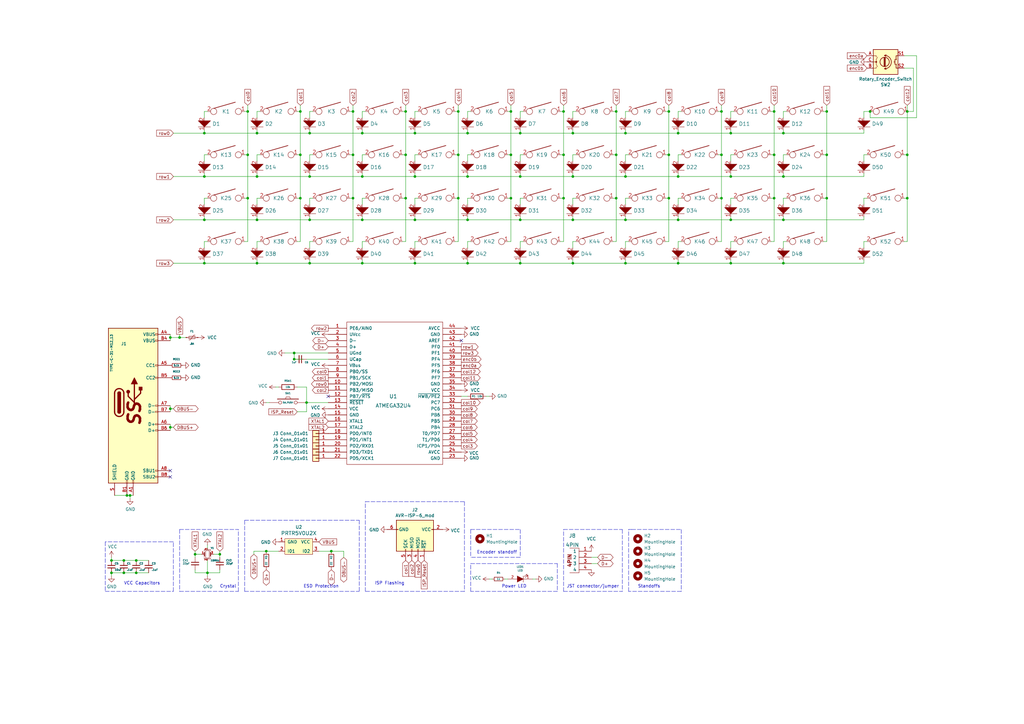
<source format=kicad_sch>
(kicad_sch (version 20211123) (generator eeschema)
  (paper "A3")
  (junction (at 187.96 81.28))
  (junction (at 170.18 90.17))
  (junction (at 191.77 107.95))
  (junction (at 101.6 45.72))
  (junction (at 73.66 138.43))
  (junction (at 231.14 81.28))
  (junction (at 299.72 90.17))
  (junction (at 123.19 45.72))
  (junction (at 209.55 81.28))
  (junction (at 105.41 54.61))
  (junction (at 213.36 107.95))
  (junction (at 101.6 81.28))
  (junction (at 123.19 63.5))
  (junction (at 278.13 72.39))
  (junction (at 274.32 45.72))
  (junction (at 127 54.61))
  (junction (at 148.59 107.95))
  (junction (at 317.5 81.28))
  (junction (at 339.09 63.5))
  (junction (at 166.37 63.5))
  (junction (at 53.34 203.2))
  (junction (at 83.82 72.39))
  (junction (at 256.54 90.17))
  (junction (at 252.73 63.5))
  (junction (at 50.8 229.87))
  (junction (at 372.11 63.5))
  (junction (at 105.41 107.95))
  (junction (at 166.37 45.72))
  (junction (at 321.31 72.39))
  (junction (at 213.36 90.17))
  (junction (at 105.41 72.39))
  (junction (at 101.6 63.5))
  (junction (at 135.89 226.06))
  (junction (at 339.09 45.72))
  (junction (at 321.31 54.61))
  (junction (at 278.13 90.17))
  (junction (at 252.73 81.28))
  (junction (at 295.91 63.5))
  (junction (at 83.82 90.17))
  (junction (at 170.18 54.61))
  (junction (at 55.88 234.95))
  (junction (at 80.01 227.33))
  (junction (at 144.78 81.28))
  (junction (at 120.65 144.78))
  (junction (at 231.14 45.72))
  (junction (at 234.95 90.17))
  (junction (at 295.91 45.72))
  (junction (at 83.82 54.61))
  (junction (at 52.07 203.2))
  (junction (at 123.19 81.28))
  (junction (at 372.11 81.28))
  (junction (at 321.31 107.95))
  (junction (at 125.73 165.1))
  (junction (at 339.09 81.28))
  (junction (at 127 72.39))
  (junction (at 274.32 81.28))
  (junction (at 252.73 45.72))
  (junction (at 317.5 45.72))
  (junction (at 256.54 54.61))
  (junction (at 274.32 63.5))
  (junction (at 356.87 45.72))
  (junction (at 170.18 72.39))
  (junction (at 191.77 90.17))
  (junction (at 144.78 63.5))
  (junction (at 234.95 107.95))
  (junction (at 69.85 167.64))
  (junction (at 278.13 54.61))
  (junction (at 148.59 72.39))
  (junction (at 109.22 226.06))
  (junction (at 55.88 229.87))
  (junction (at 90.17 227.33))
  (junction (at 278.13 107.95))
  (junction (at 45.72 229.87))
  (junction (at 85.09 234.95))
  (junction (at 50.8 234.95))
  (junction (at 105.41 90.17))
  (junction (at 317.5 63.5))
  (junction (at 299.72 72.39))
  (junction (at 295.91 81.28))
  (junction (at 231.14 63.5))
  (junction (at 83.82 107.95))
  (junction (at 170.18 107.95))
  (junction (at 299.72 54.61))
  (junction (at 209.55 63.5))
  (junction (at 127 90.17))
  (junction (at 144.78 45.72))
  (junction (at 299.72 107.95))
  (junction (at 166.37 81.28))
  (junction (at 187.96 63.5))
  (junction (at 256.54 107.95))
  (junction (at 45.72 234.95))
  (junction (at 187.96 45.72))
  (junction (at 69.85 138.43))
  (junction (at 120.65 147.32))
  (junction (at 209.55 45.72))
  (junction (at 191.77 54.61))
  (junction (at 191.77 72.39))
  (junction (at 127 107.95))
  (junction (at 213.36 72.39))
  (junction (at 69.85 175.26))
  (junction (at 321.31 90.17))
  (junction (at 234.95 54.61))
  (junction (at 234.95 72.39))
  (junction (at 213.36 54.61))
  (junction (at 256.54 72.39))
  (junction (at 148.59 90.17))
  (junction (at 148.59 54.61))
  (junction (at 372.11 45.72))
  (no_connect (at 189.23 139.7))
  (no_connect (at 69.85 193.04))
  (no_connect (at 134.62 162.56))
  (no_connect (at 69.85 195.58))
  (wire (pts (xy 209.55 63.5) (xy 209.55 81.28)))
  (polyline (pts (xy 100.33 242.57) (xy 100.33 213.36)))
  (wire (pts (xy 106.68 45.72) (xy 105.41 45.72)))
  (wire (pts (xy 110.49 165.1) (xy 109.22 165.1)))
  (wire (pts (xy 295.91 81.28) (xy 295.91 99.06)))
  (wire (pts (xy 69.85 138.43) (xy 69.85 139.7)))
  (wire (pts (xy 187.96 63.5) (xy 186.69 63.5)))
  (wire (pts (xy 128.27 45.72) (xy 127 45.72)))
  (wire (pts (xy 85.09 45.72) (xy 83.82 45.72)))
  (wire (pts (xy 234.95 88.9) (xy 234.95 90.17)))
  (wire (pts (xy 274.32 45.72) (xy 274.32 63.5)))
  (wire (pts (xy 170.18 107.95) (xy 191.77 107.95)))
  (wire (pts (xy 127 90.17) (xy 148.59 90.17)))
  (wire (pts (xy 170.18 71.12) (xy 170.18 72.39)))
  (polyline (pts (xy 73.66 242.57) (xy 97.79 242.57)))
  (wire (pts (xy 231.14 63.5) (xy 231.14 81.28)))
  (wire (pts (xy 299.72 54.61) (xy 321.31 54.61)))
  (wire (pts (xy 140.97 226.06) (xy 140.97 228.6)))
  (wire (pts (xy 256.54 88.9) (xy 256.54 90.17)))
  (wire (pts (xy 105.41 106.68) (xy 105.41 107.95)))
  (wire (pts (xy 127 107.95) (xy 148.59 107.95)))
  (wire (pts (xy 278.13 99.06) (xy 278.13 101.6)))
  (wire (pts (xy 256.54 99.06) (xy 256.54 101.6)))
  (wire (pts (xy 300.99 45.72) (xy 299.72 45.72)))
  (wire (pts (xy 73.66 138.43) (xy 76.2 138.43)))
  (wire (pts (xy 127 99.06) (xy 127 101.6)))
  (wire (pts (xy 191.77 54.61) (xy 213.36 54.61)))
  (wire (pts (xy 71.12 54.61) (xy 83.82 54.61)))
  (wire (pts (xy 339.09 43.18) (xy 339.09 45.72)))
  (wire (pts (xy 83.82 99.06) (xy 83.82 101.6)))
  (wire (pts (xy 209.55 81.28) (xy 209.55 99.06)))
  (wire (pts (xy 356.87 45.72) (xy 356.87 48.26)))
  (wire (pts (xy 127 81.28) (xy 127 83.82)))
  (wire (pts (xy 317.5 99.06) (xy 316.23 99.06)))
  (wire (pts (xy 53.34 203.2) (xy 53.34 204.47)))
  (wire (pts (xy 166.37 63.5) (xy 166.37 81.28)))
  (wire (pts (xy 149.86 63.5) (xy 148.59 63.5)))
  (wire (pts (xy 171.45 45.72) (xy 170.18 45.72)))
  (wire (pts (xy 45.72 234.95) (xy 45.72 236.22)))
  (wire (pts (xy 127 88.9) (xy 127 90.17)))
  (wire (pts (xy 252.73 63.5) (xy 252.73 81.28)))
  (wire (pts (xy 294.64 81.28) (xy 295.91 81.28)))
  (wire (pts (xy 109.22 226.06) (xy 104.14 226.06)))
  (wire (pts (xy 251.46 81.28) (xy 252.73 81.28)))
  (wire (pts (xy 218.44 237.49) (xy 219.71 237.49)))
  (polyline (pts (xy 231.14 217.17) (xy 255.27 217.17)))
  (polyline (pts (xy 43.18 242.57) (xy 71.12 242.57)))
  (wire (pts (xy 125.73 165.1) (xy 125.73 168.91)))
  (wire (pts (xy 116.84 144.78) (xy 120.65 144.78)))
  (wire (pts (xy 299.72 106.68) (xy 299.72 107.95)))
  (wire (pts (xy 106.68 63.5) (xy 105.41 63.5)))
  (wire (pts (xy 274.32 63.5) (xy 274.32 81.28)))
  (wire (pts (xy 214.63 99.06) (xy 213.36 99.06)))
  (wire (pts (xy 209.55 99.06) (xy 208.28 99.06)))
  (wire (pts (xy 83.82 45.72) (xy 83.82 48.26)))
  (wire (pts (xy 257.81 63.5) (xy 256.54 63.5)))
  (wire (pts (xy 130.81 226.06) (xy 135.89 226.06)))
  (wire (pts (xy 295.91 43.18) (xy 295.91 45.72)))
  (wire (pts (xy 339.09 45.72) (xy 339.09 63.5)))
  (wire (pts (xy 214.63 63.5) (xy 213.36 63.5)))
  (wire (pts (xy 299.72 90.17) (xy 321.31 90.17)))
  (polyline (pts (xy 231.14 242.57) (xy 255.27 242.57)))
  (wire (pts (xy 144.78 63.5) (xy 143.51 63.5)))
  (wire (pts (xy 321.31 81.28) (xy 321.31 83.82)))
  (wire (pts (xy 121.92 45.72) (xy 123.19 45.72)))
  (wire (pts (xy 242.57 228.6) (xy 245.11 228.6)))
  (wire (pts (xy 193.04 99.06) (xy 191.77 99.06)))
  (wire (pts (xy 125.73 158.75) (xy 125.73 165.1)))
  (wire (pts (xy 104.14 226.06) (xy 104.14 227.33)))
  (wire (pts (xy 234.95 72.39) (xy 256.54 72.39)))
  (wire (pts (xy 144.78 45.72) (xy 144.78 63.5)))
  (polyline (pts (xy 259.08 217.17) (xy 279.4 217.17)))
  (wire (pts (xy 355.6 63.5) (xy 354.33 63.5)))
  (wire (pts (xy 354.33 45.72) (xy 354.33 48.26)))
  (wire (pts (xy 354.33 45.72) (xy 356.87 45.72)))
  (wire (pts (xy 85.09 234.95) (xy 90.17 234.95)))
  (wire (pts (xy 105.41 72.39) (xy 127 72.39)))
  (polyline (pts (xy 228.6 242.57) (xy 193.04 242.57)))
  (wire (pts (xy 85.09 99.06) (xy 83.82 99.06)))
  (wire (pts (xy 300.99 81.28) (xy 299.72 81.28)))
  (wire (pts (xy 374.65 45.72) (xy 372.11 45.72)))
  (wire (pts (xy 234.95 45.72) (xy 234.95 48.26)))
  (wire (pts (xy 120.65 147.32) (xy 124.46 147.32)))
  (wire (pts (xy 170.18 90.17) (xy 191.77 90.17)))
  (polyline (pts (xy 73.66 217.17) (xy 73.66 242.57)))
  (wire (pts (xy 354.33 90.17) (xy 354.33 88.9)))
  (wire (pts (xy 295.91 45.72) (xy 295.91 63.5)))
  (wire (pts (xy 85.09 229.87) (xy 85.09 234.95)))
  (wire (pts (xy 372.11 43.18) (xy 372.11 45.72)))
  (wire (pts (xy 69.85 167.64) (xy 69.85 168.91)))
  (polyline (pts (xy 190.5 242.57) (xy 149.86 242.57)))
  (wire (pts (xy 106.68 99.06) (xy 105.41 99.06)))
  (wire (pts (xy 299.72 99.06) (xy 299.72 101.6)))
  (wire (pts (xy 370.84 22.86) (xy 375.92 22.86)))
  (wire (pts (xy 354.33 63.5) (xy 354.33 66.04)))
  (wire (pts (xy 231.14 43.18) (xy 231.14 45.72)))
  (wire (pts (xy 354.33 107.95) (xy 354.33 106.68)))
  (wire (pts (xy 123.19 81.28) (xy 123.19 99.06)))
  (wire (pts (xy 106.68 81.28) (xy 105.41 81.28)))
  (wire (pts (xy 85.09 234.95) (xy 85.09 236.22)))
  (wire (pts (xy 120.65 147.32) (xy 120.65 144.78)))
  (wire (pts (xy 213.36 71.12) (xy 213.36 72.39)))
  (wire (pts (xy 236.22 99.06) (xy 234.95 99.06)))
  (wire (pts (xy 375.92 22.86) (xy 375.92 48.26)))
  (wire (pts (xy 256.54 54.61) (xy 278.13 54.61)))
  (wire (pts (xy 322.58 63.5) (xy 321.31 63.5)))
  (wire (pts (xy 170.18 72.39) (xy 191.77 72.39)))
  (wire (pts (xy 148.59 90.17) (xy 170.18 90.17)))
  (wire (pts (xy 71.12 175.26) (xy 69.85 175.26)))
  (wire (pts (xy 321.31 63.5) (xy 321.31 66.04)))
  (wire (pts (xy 256.54 63.5) (xy 256.54 66.04)))
  (wire (pts (xy 127 54.61) (xy 148.59 54.61)))
  (wire (pts (xy 339.09 99.06) (xy 337.82 99.06)))
  (wire (pts (xy 321.31 90.17) (xy 321.31 88.9)))
  (wire (pts (xy 83.82 54.61) (xy 105.41 54.61)))
  (wire (pts (xy 299.72 53.34) (xy 299.72 54.61)))
  (wire (pts (xy 372.11 63.5) (xy 372.11 81.28)))
  (wire (pts (xy 50.8 234.95) (xy 45.72 234.95)))
  (wire (pts (xy 187.96 63.5) (xy 187.96 81.28)))
  (wire (pts (xy 105.41 63.5) (xy 105.41 66.04)))
  (wire (pts (xy 149.86 99.06) (xy 148.59 99.06)))
  (wire (pts (xy 321.31 72.39) (xy 321.31 71.12)))
  (wire (pts (xy 144.78 63.5) (xy 144.78 81.28)))
  (wire (pts (xy 83.82 53.34) (xy 83.82 54.61)))
  (wire (pts (xy 354.33 99.06) (xy 354.33 101.6)))
  (wire (pts (xy 191.77 53.34) (xy 191.77 54.61)))
  (wire (pts (xy 101.6 43.18) (xy 101.6 45.72)))
  (wire (pts (xy 100.33 45.72) (xy 101.6 45.72)))
  (polyline (pts (xy 149.86 242.57) (xy 149.86 205.74)))
  (wire (pts (xy 339.09 81.28) (xy 339.09 99.06)))
  (wire (pts (xy 170.18 63.5) (xy 170.18 66.04)))
  (wire (pts (xy 125.73 168.91) (xy 121.92 168.91)))
  (wire (pts (xy 165.1 81.28) (xy 166.37 81.28)))
  (polyline (pts (xy 257.81 217.17) (xy 259.08 217.17)))
  (wire (pts (xy 193.04 63.5) (xy 191.77 63.5)))
  (wire (pts (xy 123.19 63.5) (xy 123.19 81.28)))
  (wire (pts (xy 209.55 45.72) (xy 209.55 63.5)))
  (wire (pts (xy 370.84 81.28) (xy 372.11 81.28)))
  (wire (pts (xy 52.07 203.2) (xy 53.34 203.2)))
  (wire (pts (xy 300.99 63.5) (xy 299.72 63.5)))
  (wire (pts (xy 166.37 45.72) (xy 166.37 63.5)))
  (wire (pts (xy 114.3 226.06) (xy 109.22 226.06)))
  (wire (pts (xy 278.13 71.12) (xy 278.13 72.39)))
  (wire (pts (xy 45.72 228.6) (xy 45.72 229.87)))
  (wire (pts (xy 274.32 63.5) (xy 273.05 63.5)))
  (wire (pts (xy 166.37 43.18) (xy 166.37 45.72)))
  (wire (pts (xy 50.8 229.87) (xy 45.72 229.87)))
  (wire (pts (xy 355.6 81.28) (xy 354.33 81.28)))
  (wire (pts (xy 127 106.68) (xy 127 107.95)))
  (wire (pts (xy 214.63 81.28) (xy 213.36 81.28)))
  (wire (pts (xy 121.92 158.75) (xy 125.73 158.75)))
  (wire (pts (xy 294.64 45.72) (xy 295.91 45.72)))
  (wire (pts (xy 100.33 81.28) (xy 101.6 81.28)))
  (wire (pts (xy 60.96 229.87) (xy 55.88 229.87)))
  (wire (pts (xy 120.65 144.78) (xy 134.62 144.78)))
  (wire (pts (xy 234.95 99.06) (xy 234.95 101.6)))
  (wire (pts (xy 295.91 63.5) (xy 294.64 63.5)))
  (wire (pts (xy 69.85 137.16) (xy 69.85 138.43)))
  (wire (pts (xy 71.12 167.64) (xy 69.85 167.64)))
  (polyline (pts (xy 190.5 205.74) (xy 190.5 242.57)))
  (wire (pts (xy 191.77 106.68) (xy 191.77 107.95)))
  (wire (pts (xy 189.23 162.56) (xy 191.77 162.56)))
  (wire (pts (xy 257.81 45.72) (xy 256.54 45.72)))
  (wire (pts (xy 256.54 45.72) (xy 256.54 48.26)))
  (wire (pts (xy 83.82 107.95) (xy 71.12 107.95)))
  (wire (pts (xy 299.72 71.12) (xy 299.72 72.39)))
  (wire (pts (xy 170.18 45.72) (xy 170.18 48.26)))
  (wire (pts (xy 128.27 63.5) (xy 127 63.5)))
  (wire (pts (xy 83.82 106.68) (xy 83.82 107.95)))
  (wire (pts (xy 148.59 72.39) (xy 170.18 72.39)))
  (wire (pts (xy 256.54 90.17) (xy 278.13 90.17)))
  (wire (pts (xy 295.91 63.5) (xy 295.91 81.28)))
  (wire (pts (xy 90.17 227.33) (xy 90.17 226.06)))
  (wire (pts (xy 83.82 72.39) (xy 105.41 72.39)))
  (wire (pts (xy 200.66 237.49) (xy 201.93 237.49)))
  (wire (pts (xy 234.95 81.28) (xy 234.95 83.82)))
  (wire (pts (xy 85.09 223.52) (xy 85.09 224.79)))
  (wire (pts (xy 354.33 54.61) (xy 354.33 53.34)))
  (wire (pts (xy 213.36 88.9) (xy 213.36 90.17)))
  (wire (pts (xy 299.72 45.72) (xy 299.72 48.26)))
  (wire (pts (xy 83.82 107.95) (xy 105.41 107.95)))
  (wire (pts (xy 83.82 88.9) (xy 83.82 90.17)))
  (wire (pts (xy 148.59 45.72) (xy 148.59 48.26)))
  (polyline (pts (xy 255.27 217.17) (xy 255.27 242.57)))
  (wire (pts (xy 257.81 81.28) (xy 256.54 81.28)))
  (wire (pts (xy 171.45 81.28) (xy 170.18 81.28)))
  (wire (pts (xy 191.77 45.72) (xy 191.77 48.26)))
  (polyline (pts (xy 257.81 242.57) (xy 257.81 217.17)))
  (wire (pts (xy 80.01 233.68) (xy 80.01 234.95)))
  (polyline (pts (xy 147.32 213.36) (xy 147.32 242.57)))
  (wire (pts (xy 148.59 106.68) (xy 148.59 107.95)))
  (wire (pts (xy 105.41 71.12) (xy 105.41 72.39)))
  (wire (pts (xy 322.58 81.28) (xy 321.31 81.28)))
  (wire (pts (xy 209.55 63.5) (xy 208.28 63.5)))
  (wire (pts (xy 317.5 81.28) (xy 317.5 99.06)))
  (wire (pts (xy 274.32 43.18) (xy 274.32 45.72)))
  (wire (pts (xy 213.36 90.17) (xy 234.95 90.17)))
  (polyline (pts (xy 193.04 217.17) (xy 213.36 217.17)))
  (wire (pts (xy 256.54 71.12) (xy 256.54 72.39)))
  (wire (pts (xy 144.78 99.06) (xy 143.51 99.06)))
  (wire (pts (xy 213.36 45.72) (xy 213.36 48.26)))
  (wire (pts (xy 191.77 81.28) (xy 191.77 83.82)))
  (wire (pts (xy 187.96 99.06) (xy 186.69 99.06)))
  (wire (pts (xy 256.54 81.28) (xy 256.54 83.82)))
  (wire (pts (xy 322.58 99.06) (xy 321.31 99.06)))
  (wire (pts (xy 208.28 81.28) (xy 209.55 81.28)))
  (wire (pts (xy 80.01 227.33) (xy 80.01 228.6)))
  (wire (pts (xy 252.73 81.28) (xy 252.73 99.06)))
  (wire (pts (xy 229.87 81.28) (xy 231.14 81.28)))
  (polyline (pts (xy 193.04 217.17) (xy 193.04 228.6)))
  (wire (pts (xy 125.73 147.32) (xy 134.62 147.32)))
  (wire (pts (xy 191.77 63.5) (xy 191.77 66.04)))
  (wire (pts (xy 69.85 138.43) (xy 73.66 138.43)))
  (wire (pts (xy 127 72.39) (xy 148.59 72.39)))
  (wire (pts (xy 234.95 90.17) (xy 256.54 90.17)))
  (wire (pts (xy 149.86 81.28) (xy 148.59 81.28)))
  (wire (pts (xy 316.23 45.72) (xy 317.5 45.72)))
  (wire (pts (xy 213.36 53.34) (xy 213.36 54.61)))
  (wire (pts (xy 355.6 99.06) (xy 354.33 99.06)))
  (wire (pts (xy 234.95 53.34) (xy 234.95 54.61)))
  (wire (pts (xy 337.82 45.72) (xy 339.09 45.72)))
  (wire (pts (xy 46.99 203.2) (xy 52.07 203.2)))
  (wire (pts (xy 213.36 99.06) (xy 213.36 101.6)))
  (wire (pts (xy 123.19 43.18) (xy 123.19 45.72)))
  (wire (pts (xy 166.37 81.28) (xy 166.37 99.06)))
  (wire (pts (xy 354.33 72.39) (xy 354.33 71.12)))
  (wire (pts (xy 279.4 63.5) (xy 278.13 63.5)))
  (wire (pts (xy 321.31 90.17) (xy 354.33 90.17)))
  (polyline (pts (xy 193.04 242.57) (xy 193.04 231.14)))
  (wire (pts (xy 128.27 99.06) (xy 127 99.06)))
  (wire (pts (xy 101.6 63.5) (xy 101.6 81.28)))
  (wire (pts (xy 143.51 45.72) (xy 144.78 45.72)))
  (wire (pts (xy 170.18 88.9) (xy 170.18 90.17)))
  (wire (pts (xy 273.05 81.28) (xy 274.32 81.28)))
  (wire (pts (xy 170.18 54.61) (xy 191.77 54.61)))
  (wire (pts (xy 372.11 45.72) (xy 372.11 63.5)))
  (wire (pts (xy 252.73 43.18) (xy 252.73 45.72)))
  (wire (pts (xy 256.54 53.34) (xy 256.54 54.61)))
  (wire (pts (xy 85.09 81.28) (xy 83.82 81.28)))
  (wire (pts (xy 278.13 88.9) (xy 278.13 90.17)))
  (wire (pts (xy 231.14 81.28) (xy 231.14 99.06)))
  (wire (pts (xy 278.13 53.34) (xy 278.13 54.61)))
  (wire (pts (xy 299.72 107.95) (xy 321.31 107.95)))
  (wire (pts (xy 299.72 72.39) (xy 321.31 72.39)))
  (wire (pts (xy 85.09 63.5) (xy 83.82 63.5)))
  (wire (pts (xy 213.36 54.61) (xy 234.95 54.61)))
  (wire (pts (xy 55.88 229.87) (xy 50.8 229.87)))
  (wire (pts (xy 191.77 99.06) (xy 191.77 101.6)))
  (wire (pts (xy 213.36 106.68) (xy 213.36 107.95)))
  (wire (pts (xy 209.55 43.18) (xy 209.55 45.72)))
  (wire (pts (xy 105.41 99.06) (xy 105.41 101.6)))
  (wire (pts (xy 213.36 81.28) (xy 213.36 83.82)))
  (wire (pts (xy 317.5 63.5) (xy 316.23 63.5)))
  (wire (pts (xy 127 63.5) (xy 127 66.04)))
  (wire (pts (xy 295.91 99.06) (xy 294.64 99.06)))
  (wire (pts (xy 191.77 88.9) (xy 191.77 90.17)))
  (wire (pts (xy 256.54 107.95) (xy 278.13 107.95)))
  (wire (pts (xy 321.31 45.72) (xy 321.31 48.26)))
  (polyline (pts (xy 213.36 217.17) (xy 213.36 228.6)))
  (wire (pts (xy 83.82 72.39) (xy 71.12 72.39)))
  (polyline (pts (xy 43.18 222.25) (xy 43.18 242.57)))
  (wire (pts (xy 278.13 63.5) (xy 278.13 66.04)))
  (wire (pts (xy 127 53.34) (xy 127 54.61)))
  (wire (pts (xy 90.17 234.95) (xy 90.17 233.68)))
  (wire (pts (xy 337.82 81.28) (xy 339.09 81.28)))
  (wire (pts (xy 105.41 54.61) (xy 127 54.61)))
  (wire (pts (xy 321.31 54.61) (xy 321.31 53.34)))
  (wire (pts (xy 278.13 107.95) (xy 299.72 107.95)))
  (wire (pts (xy 105.41 88.9) (xy 105.41 90.17)))
  (wire (pts (xy 171.45 99.06) (xy 170.18 99.06)))
  (wire (pts (xy 317.5 63.5) (xy 317.5 81.28)))
  (wire (pts (xy 186.69 45.72) (xy 187.96 45.72)))
  (wire (pts (xy 69.85 175.26) (xy 69.85 176.53)))
  (wire (pts (xy 231.14 63.5) (xy 229.87 63.5)))
  (wire (pts (xy 234.95 107.95) (xy 256.54 107.95)))
  (wire (pts (xy 134.62 165.1) (xy 125.73 165.1)))
  (polyline (pts (xy 100.33 213.36) (xy 147.32 213.36)))
  (wire (pts (xy 252.73 63.5) (xy 251.46 63.5)))
  (wire (pts (xy 90.17 227.33) (xy 90.17 228.6)))
  (polyline (pts (xy 279.4 217.17) (xy 279.4 242.57)))
  (wire (pts (xy 236.22 81.28) (xy 234.95 81.28)))
  (wire (pts (xy 105.41 81.28) (xy 105.41 83.82)))
  (wire (pts (xy 321.31 99.06) (xy 321.31 101.6)))
  (wire (pts (xy 114.3 158.75) (xy 113.03 158.75)))
  (wire (pts (xy 231.14 45.72) (xy 231.14 63.5)))
  (wire (pts (xy 278.13 81.28) (xy 278.13 83.82)))
  (wire (pts (xy 123.19 63.5) (xy 121.92 63.5)))
  (wire (pts (xy 300.99 99.06) (xy 299.72 99.06)))
  (wire (pts (xy 213.36 107.95) (xy 234.95 107.95)))
  (wire (pts (xy 82.55 227.33) (xy 80.01 227.33)))
  (wire (pts (xy 144.78 81.28) (xy 144.78 99.06)))
  (wire (pts (xy 191.77 72.39) (xy 213.36 72.39)))
  (wire (pts (xy 279.4 45.72) (xy 278.13 45.72)))
  (wire (pts (xy 199.39 162.56) (xy 200.66 162.56)))
  (wire (pts (xy 55.88 234.95) (xy 50.8 234.95)))
  (wire (pts (xy 170.18 99.06) (xy 170.18 101.6)))
  (wire (pts (xy 252.73 99.06) (xy 251.46 99.06)))
  (wire (pts (xy 123.19 45.72) (xy 123.19 63.5)))
  (wire (pts (xy 148.59 54.61) (xy 170.18 54.61)))
  (wire (pts (xy 171.45 63.5) (xy 170.18 63.5)))
  (wire (pts (xy 251.46 45.72) (xy 252.73 45.72)))
  (wire (pts (xy 105.41 53.34) (xy 105.41 54.61)))
  (wire (pts (xy 135.89 226.06) (xy 140.97 226.06)))
  (wire (pts (xy 60.96 234.95) (xy 55.88 234.95)))
  (polyline (pts (xy 100.33 242.57) (xy 147.32 242.57)))
  (polyline (pts (xy 213.36 228.6) (xy 193.04 228.6)))
  (wire (pts (xy 128.27 81.28) (xy 127 81.28)))
  (wire (pts (xy 213.36 63.5) (xy 213.36 66.04)))
  (wire (pts (xy 144.78 43.18) (xy 144.78 45.72)))
  (wire (pts (xy 278.13 54.61) (xy 299.72 54.61)))
  (wire (pts (xy 252.73 45.72) (xy 252.73 63.5)))
  (wire (pts (xy 166.37 99.06) (xy 165.1 99.06)))
  (wire (pts (xy 317.5 45.72) (xy 317.5 63.5)))
  (wire (pts (xy 53.34 203.2) (xy 54.61 203.2)))
  (wire (pts (xy 234.95 71.12) (xy 234.95 72.39)))
  (wire (pts (xy 316.23 81.28) (xy 317.5 81.28)))
  (wire (pts (xy 148.59 71.12) (xy 148.59 72.39)))
  (wire (pts (xy 231.14 99.06) (xy 229.87 99.06)))
  (wire (pts (xy 148.59 53.34) (xy 148.59 54.61)))
  (wire (pts (xy 356.87 48.26) (xy 375.92 48.26)))
  (wire (pts (xy 105.41 45.72) (xy 105.41 48.26)))
  (wire (pts (xy 236.22 63.5) (xy 234.95 63.5)))
  (wire (pts (xy 207.01 237.49) (xy 208.28 237.49)))
  (wire (pts (xy 372.11 63.5) (xy 370.84 63.5)))
  (polyline (pts (xy 149.86 205.74) (xy 190.5 205.74)))
  (wire (pts (xy 170.18 53.34) (xy 170.18 54.61)))
  (wire (pts (xy 166.37 63.5) (xy 165.1 63.5)))
  (wire (pts (xy 214.63 45.72) (xy 213.36 45.72)))
  (wire (pts (xy 213.36 72.39) (xy 234.95 72.39)))
  (wire (pts (xy 83.82 63.5) (xy 83.82 66.04)))
  (wire (pts (xy 256.54 72.39) (xy 278.13 72.39)))
  (wire (pts (xy 374.65 27.94) (xy 374.65 45.72)))
  (wire (pts (xy 148.59 63.5) (xy 148.59 66.04)))
  (wire (pts (xy 273.05 45.72) (xy 274.32 45.72)))
  (wire (pts (xy 321.31 107.95) (xy 354.33 107.95)))
  (wire (pts (xy 148.59 107.95) (xy 170.18 107.95)))
  (wire (pts (xy 236.22 45.72) (xy 234.95 45.72)))
  (wire (pts (xy 87.63 227.33) (xy 90.17 227.33)))
  (polyline (pts (xy 73.66 217.17) (xy 97.79 217.17)))
  (wire (pts (xy 187.96 43.18) (xy 187.96 45.72)))
  (wire (pts (xy 187.96 81.28) (xy 187.96 99.06)))
  (wire (pts (xy 105.41 107.95) (xy 127 107.95)))
  (wire (pts (xy 143.51 81.28) (xy 144.78 81.28)))
  (wire (pts (xy 279.4 81.28) (xy 278.13 81.28)))
  (wire (pts (xy 127 45.72) (xy 127 48.26)))
  (wire (pts (xy 234.95 63.5) (xy 234.95 66.04)))
  (wire (pts (xy 278.13 106.68) (xy 278.13 107.95)))
  (wire (pts (xy 80.01 227.33) (xy 80.01 226.06)))
  (wire (pts (xy 80.01 234.95) (xy 85.09 234.95)))
  (wire (pts (xy 83.82 90.17) (xy 105.41 90.17)))
  (wire (pts (xy 83.82 90.17) (xy 71.12 90.17)))
  (wire (pts (xy 69.85 166.37) (xy 69.85 167.64)))
  (wire (pts (xy 127 71.12) (xy 127 72.39)))
  (polyline (pts (xy 71.12 222.25) (xy 43.18 222.25)))
  (wire (pts (xy 193.04 45.72) (xy 191.77 45.72)))
  (wire (pts (xy 229.87 45.72) (xy 231.14 45.72)))
  (wire (pts (xy 148.59 88.9) (xy 148.59 90.17)))
  (wire (pts (xy 148.59 81.28) (xy 148.59 83.82)))
  (wire (pts (xy 101.6 99.06) (xy 100.33 99.06)))
  (wire (pts (xy 149.86 45.72) (xy 148.59 45.72)))
  (wire (pts (xy 187.96 45.72) (xy 187.96 63.5)))
  (wire (pts (xy 278.13 72.39) (xy 299.72 72.39)))
  (wire (pts (xy 101.6 81.28) (xy 101.6 99.06)))
  (wire (pts (xy 165.1 45.72) (xy 166.37 45.72)))
  (wire (pts (xy 321.31 107.95) (xy 321.31 106.68)))
  (wire (pts (xy 274.32 81.28) (xy 274.32 99.06)))
  (wire (pts (xy 322.58 45.72) (xy 321.31 45.72)))
  (wire (pts (xy 234.95 106.68) (xy 234.95 107.95)))
  (wire (pts (xy 208.28 45.72) (xy 209.55 45.72)))
  (wire (pts (xy 256.54 106.68) (xy 256.54 107.95)))
  (wire (pts (xy 170.18 106.68) (xy 170.18 107.95)))
  (wire (pts (xy 321.31 72.39) (xy 354.33 72.39)))
  (wire (pts (xy 186.69 81.28) (xy 187.96 81.28)))
  (wire (pts (xy 83.82 71.12) (xy 83.82 72.39)))
  (wire (pts (xy 372.11 99.06) (xy 370.84 99.06)))
  (wire (pts (xy 299.72 63.5) (xy 299.72 66.04)))
  (wire (pts (xy 278.13 90.17) (xy 299.72 90.17)))
  (wire (pts (xy 339.09 63.5) (xy 337.82 63.5)))
  (wire (pts (xy 257.81 99.06) (xy 256.54 99.06)))
  (wire (pts (xy 370.84 27.94) (xy 374.65 27.94)))
  (polyline (pts (xy 231.14 242.57) (xy 231.14 217.17)))
  (polyline (pts (xy 193.04 231.14) (xy 228.6 231.14)))
  (wire (pts (xy 148.59 99.06) (xy 148.59 101.6)))
  (wire (pts (xy 170.18 81.28) (xy 170.18 83.82)))
  (wire (pts (xy 191.77 90.17) (xy 213.36 90.17)))
  (wire (pts (xy 274.32 99.06) (xy 273.05 99.06)))
  (wire (pts (xy 73.66 137.16) (xy 73.66 138.43)))
  (wire (pts (xy 279.4 99.06) (xy 278.13 99.06)))
  (polyline (pts (xy 279.4 242.57) (xy 257.81 242.57)))
  (wire (pts (xy 299.72 81.28) (xy 299.72 83.82)))
  (wire (pts (xy 105.41 90.17) (xy 127 90.17)))
  (wire (pts (xy 193.04 81.28) (xy 191.77 81.28)))
  (wire (pts (xy 101.6 45.72) (xy 101.6 63.5)))
  (wire (pts (xy 121.92 81.28) (xy 123.19 81.28)))
  (wire (pts (xy 191.77 107.95) (xy 213.36 107.95)))
  (wire (pts (xy 339.09 63.5) (xy 339.09 81.28)))
  (wire (pts (xy 69.85 173.99) (xy 69.85 175.26)))
  (wire (pts (xy 191.77 71.12) (xy 191.77 72.39)))
  (wire (pts (xy 123.19 99.06) (xy 121.92 99.06)))
  (wire (pts (xy 317.5 43.18) (xy 317.5 45.72)))
  (polyline (pts (xy 97.79 242.57) (xy 97.79 217.17)))
  (wire (pts (xy 278.13 45.72) (xy 278.13 48.26)))
  (wire (pts (xy 242.57 231.14) (xy 245.11 231.14)))
  (wire (pts (xy 372.11 81.28) (xy 372.11 99.06)))
  (wire (pts (xy 83.82 81.28) (xy 83.82 83.82)))
  (wire (pts (xy 354.33 81.28) (xy 354.33 83.82)))
  (wire (pts (xy 299.72 88.9) (xy 299.72 90.17)))
  (polyline (pts (xy 71.12 242.57) (xy 71.12 222.25)))
  (polyline (pts (xy 228.6 231.14) (xy 228.6 242.57)))
  (wire (pts (xy 101.6 63.5) (xy 100.33 63.5)))
  (wire (pts (xy 234.95 54.61) (xy 256.54 54.61)))
  (wire (pts (xy 321.31 54.61) (xy 354.33 54.61)))
  (text "ESD Protection" (at 124.46 241.3 0) (effects (font (size 1.27 1.27)) (justify left bottom)))
  (text "JST connector/jumper" (at 232.41 241.3 0) (effects (font (size 1.27 1.27)) (justify left bottom)))
  (text "Crystal" (at 90.17 241.3 0) (effects (font (size 1.27 1.27)) (justify left bottom)))
  (text "Power LED" (at 205.74 241.3 0) (effects (font (size 1.27 1.27)) (justify left bottom)))
  (text "Standoffs" (at 261.62 241.3 0) (effects (font (size 1.27 1.27)) (justify left bottom)))
  (text "VCC Capacitors" (at 50.8 240.03 0) (effects (font (size 1.27 1.27)) (justify left bottom)))
  (text "Encoder standoff" (at 195.58 227.33 0) (effects (font (size 1.27 1.27)) (justify left bottom)))
  (text "ISP Flashing" (at 153.67 240.03 0) (effects (font (size 1.27 1.27)) (justify left bottom)))
  (global_label "VBUS" (shape input) (at 130.81 222.25 0) (property "Intersheet References" "${INTERSHEET_REFS}" (effects hide)))
  (global_label "col8" (shape input) (at 274.32 43.18 90) (property "Intersheet References" "${INTERSHEET_REFS}" (effects hide)))
  (global_label "col2" (shape input) (at 168.91 229.87 270) (property "Intersheet References" "${INTERSHEET_REFS}" (effects hide)))
  (global_label "enc0a" (shape output) (at 189.23 149.86 0) (property "Intersheet References" "${INTERSHEET_REFS}" (effects hide)))
  (global_label "col4" (shape input) (at 187.96 43.18 90) (property "Intersheet References" "${INTERSHEET_REFS}" (effects hide)))
  (global_label "col7" (shape output) (at 189.23 172.72 0) (property "Intersheet References" "${INTERSHEET_REFS}" (effects hide)))
  (global_label "row2" (shape input) (at 71.12 90.17 180) (property "Intersheet References" "${INTERSHEET_REFS}" (effects hide)))
  (global_label "col0" (shape output) (at 134.62 152.4 180) (property "Intersheet References" "${INTERSHEET_REFS}" (effects hide)))
  (global_label "col2" (shape input) (at 144.78 43.18 90) (property "Intersheet References" "${INTERSHEET_REFS}" (effects hide)))
  (global_label "XTAL1" (shape input) (at 80.01 226.06 90) (property "Intersheet References" "${INTERSHEET_REFS}" (effects hide)))
  (global_label "D+" (shape bidirectional) (at 134.62 142.24 180) (property "Intersheet References" "${INTERSHEET_REFS}" (effects hide)))
  (global_label "row0" (shape output) (at 134.62 157.48 180) (property "Intersheet References" "${INTERSHEET_REFS}" (effects hide)))
  (global_label "VBUS" (shape output) (at 73.66 137.16 90) (property "Intersheet References" "${INTERSHEET_REFS}" (effects hide)))
  (global_label "col4" (shape output) (at 189.23 180.34 0) (property "Intersheet References" "${INTERSHEET_REFS}" (effects hide)))
  (global_label "row3" (shape input) (at 71.12 107.95 180) (property "Intersheet References" "${INTERSHEET_REFS}" (effects hide)))
  (global_label "col3" (shape input) (at 166.37 43.18 90) (property "Intersheet References" "${INTERSHEET_REFS}" (effects hide)))
  (global_label "D+" (shape bidirectional) (at 109.22 233.68 270) (property "Intersheet References" "${INTERSHEET_REFS}" (effects hide)))
  (global_label "D-" (shape bidirectional) (at 134.62 139.7 180) (property "Intersheet References" "${INTERSHEET_REFS}" (effects hide)))
  (global_label "col12" (shape output) (at 189.23 152.4 0) (property "Intersheet References" "${INTERSHEET_REFS}" (effects hide)))
  (global_label "col7" (shape input) (at 252.73 43.18 90) (property "Intersheet References" "${INTERSHEET_REFS}" (effects hide)))
  (global_label "col5" (shape input) (at 209.55 43.18 90) (property "Intersheet References" "${INTERSHEET_REFS}" (effects hide)))
  (global_label "col9" (shape input) (at 295.91 43.18 90) (property "Intersheet References" "${INTERSHEET_REFS}" (effects hide)))
  (global_label "DBUS-" (shape bidirectional) (at 140.97 228.6 270) (property "Intersheet References" "${INTERSHEET_REFS}" (effects hide)))
  (global_label "enc0b" (shape input) (at 355.6 27.94 180) (property "Intersheet References" "${INTERSHEET_REFS}" (effects hide)))
  (global_label "col2" (shape output) (at 134.62 160.02 180) (property "Intersheet References" "${INTERSHEET_REFS}" (effects hide)))
  (global_label "col6" (shape input) (at 231.14 43.18 90) (property "Intersheet References" "${INTERSHEET_REFS}" (effects hide)))
  (global_label "row1" (shape output) (at 189.23 142.24 0) (property "Intersheet References" "${INTERSHEET_REFS}" (effects hide)))
  (global_label "col9" (shape output) (at 189.23 167.64 0) (property "Intersheet References" "${INTERSHEET_REFS}" (effects hide)))
  (global_label "D-" (shape bidirectional) (at 135.89 233.68 270) (property "Intersheet References" "${INTERSHEET_REFS}" (effects hide)))
  (global_label "enc0a" (shape input) (at 355.6 22.86 180) (property "Intersheet References" "${INTERSHEET_REFS}" (effects hide)))
  (global_label "row0" (shape input) (at 171.45 229.87 270) (property "Intersheet References" "${INTERSHEET_REFS}" (effects hide)))
  (global_label "col10" (shape output) (at 189.23 165.1 0) (property "Intersheet References" "${INTERSHEET_REFS}" (effects hide)))
  (global_label "row2" (shape output) (at 134.62 134.62 180) (property "Intersheet References" "${INTERSHEET_REFS}" (effects hide)))
  (global_label "col8" (shape output) (at 189.23 170.18 0) (property "Intersheet References" "${INTERSHEET_REFS}" (effects hide)))
  (global_label "DBUS+" (shape bidirectional) (at 71.12 175.26 0) (property "Intersheet References" "${INTERSHEET_REFS}" (effects hide)))
  (global_label "ISP_Reset" (shape input) (at 173.99 229.87 270) (property "Intersheet References" "${INTERSHEET_REFS}" (effects hide)))
  (global_label "XTAL2" (shape input) (at 90.17 226.06 90) (property "Intersheet References" "${INTERSHEET_REFS}" (effects hide)))
  (global_label "XTAL1" (shape input) (at 134.62 172.72 180) (property "Intersheet References" "${INTERSHEET_REFS}" (effects hide)))
  (global_label "col1" (shape input) (at 166.37 229.87 270) (property "Intersheet References" "${INTERSHEET_REFS}" (effects hide)))
  (global_label "row0" (shape input) (at 71.12 54.61 180) (property "Intersheet References" "${INTERSHEET_REFS}" (effects hide)))
  (global_label "col11" (shape output) (at 189.23 154.94 0) (property "Intersheet References" "${INTERSHEET_REFS}" (effects hide)))
  (global_label "ISP_Reset" (shape input) (at 121.92 168.91 180) (property "Intersheet References" "${INTERSHEET_REFS}" (effects hide)))
  (global_label "col10" (shape input) (at 317.5 43.18 90) (property "Intersheet References" "${INTERSHEET_REFS}" (effects hide)))
  (global_label "col5" (shape output) (at 189.23 177.8 0) (property "Intersheet References" "${INTERSHEET_REFS}" (effects hide)))
  (global_label "col12" (shape input) (at 372.11 43.18 90) (property "Intersheet References" "${INTERSHEET_REFS}" (effects hide)))
  (global_label "col3" (shape output) (at 189.23 182.88 0) (property "Intersheet References" "${INTERSHEET_REFS}" (effects hide)))
  (global_label "col0" (shape input) (at 101.6 43.18 90) (property "Intersheet References" "${INTERSHEET_REFS}" (effects hide)))
  (global_label "XTAL2" (shape input) (at 134.62 175.26 180) (property "Intersheet References" "${INTERSHEET_REFS}" (effects hide)))
  (global_label "row1" (shape input) (at 71.12 72.39 180) (property "Intersheet References" "${INTERSHEET_REFS}" (effects hide)))
  (global_label "col11" (shape input) (at 339.09 43.18 90) (property "Intersheet References" "${INTERSHEET_REFS}" (effects hide)))
  (global_label "D+" (shape bidirectional) (at 245.11 231.14 0) (property "Intersheet References" "${INTERSHEET_REFS}" (effects hide)))
  (global_label "col6" (shape output) (at 189.23 175.26 0) (property "Intersheet References" "${INTERSHEET_REFS}" (effects hide)))
  (global_label "row3" (shape output) (at 189.23 144.78 0) (property "Intersheet References" "${INTERSHEET_REFS}" (effects hide)))
  (global_label "D-" (shape bidirectional) (at 245.11 228.6 0) (property "Intersheet References" "${INTERSHEET_REFS}" (effects hide)))
  (global_label "col1" (shape output) (at 134.62 154.94 180) (property "Intersheet References" "${INTERSHEET_REFS}" (effects hide)))
  (global_label "DBUS+" (shape bidirectional) (at 104.14 227.33 270) (property "Intersheet References" "${INTERSHEET_REFS}" (effects hide)))
  (global_label "enc0b" (shape output) (at 189.23 147.32 0) (property "Intersheet References" "${INTERSHEET_REFS}" (effects hide)))
  (global_label "DBUS-" (shape bidirectional) (at 71.12 167.64 0) (property "Intersheet References" "${INTERSHEET_REFS}" (effects hide)))
  (global_label "col1" (shape input) (at 123.19 43.18 90) (property "Intersheet References" "${INTERSHEET_REFS}" (effects hide)))
  (symbol (lib_id "pcb-rescue:KEYSW-keyboard_parts-Ori-rescue-lucy-rescue") (at 92.71 45.72 0) (unit 1)
    (property "Reference" "K1" (at 92.71 45.72 0) (effects (font (size 1.524 1.524))))
    (property "Value" "KEYSW" (effects hide))
    (property "Footprint" "MX_Only:MXOnly-1U-Hotswap" (effects hide))
  )
  (symbol (lib_id "pcb-rescue:KEYSW-keyboard_parts-Ori-rescue-lucy-rescue") (at 92.71 63.5 0) (unit 1)
    (property "Reference" "K13" (at 92.71 63.5 0) (effects (font (size 1.524 1.524))))
    (property "Value" "KEYSW" (effects hide))
    (property "Footprint" "MX_Only:MXOnly-1U-Hotswap" (effects hide))
  )
  (symbol (lib_id "pcb-rescue:D-keyboard_parts-Ori-rescue-lucy-rescue") (at 83.82 52.07 180) (unit 1)
    (property "Reference" "D1" (at 87.0712 50.8 0) (effects (font (size 1.524 1.524)) (justify right)))
    (property "Value" "D" (effects hide))
    (property "Footprint" "Keeb_footprints:D_SOD-123_modified" (effects hide))
  )
  (symbol (lib_id "pcb-rescue:D-keyboard_parts-Ori-rescue-lucy-rescue") (at 83.82 69.85 180) (unit 1)
    (property "Reference" "D13" (at 87.0712 68.58 0) (effects (font (size 1.524 1.524)) (justify right)))
    (property "Value" "D" (effects hide))
    (property "Footprint" "Keeb_footprints:D_SOD-123_modified" (effects hide))
  )
  (symbol (lib_id "pcb-rescue:KEYSW-keyboard_parts-Ori-rescue-lucy-rescue") (at 114.3 45.72 0) (unit 1)
    (property "Reference" "K2" (at 114.3 45.72 0) (effects (font (size 1.524 1.524))))
    (property "Value" "KEYSW" (effects hide))
    (property "Footprint" "MX_Only:MXOnly-1U-Hotswap" (effects hide))
  )
  (symbol (lib_id "pcb-rescue:KEYSW-keyboard_parts-Ori-rescue-lucy-rescue") (at 114.3 63.5 0) (unit 1)
    (property "Reference" "K14" (at 114.3 63.5 0) (effects (font (size 1.524 1.524))))
    (property "Value" "KEYSW" (effects hide))
    (property "Footprint" "MX_Only:MXOnly-1U-Hotswap" (effects hide))
  )
  (symbol (lib_id "pcb-rescue:D-keyboard_parts-Ori-rescue-lucy-rescue") (at 105.41 52.07 180) (unit 1)
    (property "Reference" "D2" (at 108.6612 50.8 0) (effects (font (size 1.524 1.524)) (justify right)))
    (property "Value" "D" (effects hide))
    (property "Footprint" "Keeb_footprints:D_SOD-123_modified" (effects hide))
  )
  (symbol (lib_id "pcb-rescue:D-keyboard_parts-Ori-rescue-lucy-rescue") (at 105.41 69.85 180) (unit 1)
    (property "Reference" "D14" (at 108.6612 68.58 0) (effects (font (size 1.524 1.524)) (justify right)))
    (property "Value" "D" (effects hide))
    (property "Footprint" "Keeb_footprints:D_SOD-123_modified" (effects hide))
  )
  (symbol (lib_id "pcb-rescue:KEYSW-keyboard_parts-Ori-rescue-lucy-rescue") (at 135.89 45.72 0) (unit 1)
    (property "Reference" "K3" (at 135.89 45.72 0) (effects (font (size 1.524 1.524))))
    (property "Value" "KEYSW" (effects hide))
    (property "Footprint" "MX_Only:MXOnly-1U-Hotswap" (effects hide))
  )
  (symbol (lib_id "pcb-rescue:KEYSW-keyboard_parts-Ori-rescue-lucy-rescue") (at 135.89 63.5 0) (unit 1)
    (property "Reference" "K15" (at 135.89 63.5 0) (effects (font (size 1.524 1.524))))
    (property "Value" "KEYSW" (effects hide))
    (property "Footprint" "MX_Only:MXOnly-1U-Hotswap" (effects hide))
  )
  (symbol (lib_id "pcb-rescue:D-keyboard_parts-Ori-rescue-lucy-rescue") (at 127 52.07 180) (unit 1)
    (property "Reference" "D3" (at 130.2512 50.8 0) (effects (font (size 1.524 1.524)) (justify right)))
    (property "Value" "D" (effects hide))
    (property "Footprint" "Keeb_footprints:D_SOD-123_modified" (effects hide))
  )
  (symbol (lib_id "pcb-rescue:D-keyboard_parts-Ori-rescue-lucy-rescue") (at 127 69.85 180) (unit 1)
    (property "Reference" "D15" (at 130.2512 68.58 0) (effects (font (size 1.524 1.524)) (justify right)))
    (property "Value" "D" (effects hide))
    (property "Footprint" "Keeb_footprints:D_SOD-123_modified" (effects hide))
  )
  (symbol (lib_id "pcb-rescue:KEYSW-keyboard_parts-Ori-rescue-lucy-rescue") (at 157.48 45.72 0) (unit 1)
    (property "Reference" "K4" (at 157.48 45.72 0) (effects (font (size 1.524 1.524))))
    (property "Value" "KEYSW" (effects hide))
    (property "Footprint" "MX_Only:MXOnly-1U-Hotswap" (effects hide))
  )
  (symbol (lib_id "pcb-rescue:KEYSW-keyboard_parts-Ori-rescue-lucy-rescue") (at 157.48 63.5 0) (unit 1)
    (property "Reference" "K16" (at 157.48 63.5 0) (effects (font (size 1.524 1.524))))
    (property "Value" "KEYSW" (effects hide))
    (property "Footprint" "MX_Only:MXOnly-1U-Hotswap" (effects hide))
  )
  (symbol (lib_id "pcb-rescue:D-keyboard_parts-Ori-rescue-lucy-rescue") (at 148.59 52.07 180) (unit 1)
    (property "Reference" "D4" (at 151.8412 50.8 0) (effects (font (size 1.524 1.524)) (justify right)))
    (property "Value" "D" (effects hide))
    (property "Footprint" "Keeb_footprints:D_SOD-123_modified" (effects hide))
  )
  (symbol (lib_id "pcb-rescue:D-keyboard_parts-Ori-rescue-lucy-rescue") (at 148.59 69.85 180) (unit 1)
    (property "Reference" "D16" (at 151.8412 68.58 0) (effects (font (size 1.524 1.524)) (justify right)))
    (property "Value" "D" (effects hide))
    (property "Footprint" "Keeb_footprints:D_SOD-123_modified" (effects hide))
  )
  (symbol (lib_id "pcb-rescue:KEYSW-keyboard_parts-Ori-rescue-lucy-rescue") (at 179.07 45.72 0) (unit 1)
    (property "Reference" "K5" (at 179.07 45.72 0) (effects (font (size 1.524 1.524))))
    (property "Value" "KEYSW" (effects hide))
    (property "Footprint" "MX_Only:MXOnly-1U-Hotswap" (effects hide))
  )
  (symbol (lib_id "pcb-rescue:KEYSW-keyboard_parts-Ori-rescue-lucy-rescue") (at 179.07 63.5 0) (unit 1)
    (property "Reference" "K17" (at 179.07 63.5 0) (effects (font (size 1.524 1.524))))
    (property "Value" "KEYSW" (effects hide))
    (property "Footprint" "MX_Only:MXOnly-1U-Hotswap" (effects hide))
  )
  (symbol (lib_id "pcb-rescue:D-keyboard_parts-Ori-rescue-lucy-rescue") (at 170.18 52.07 180) (unit 1)
    (property "Reference" "D5" (at 173.4312 50.8 0) (effects (font (size 1.524 1.524)) (justify right)))
    (property "Value" "D" (effects hide))
    (property "Footprint" "Keeb_footprints:D_SOD-123_modified" (effects hide))
  )
  (symbol (lib_id "pcb-rescue:D-keyboard_parts-Ori-rescue-lucy-rescue") (at 170.18 69.85 180) (unit 1)
    (property "Reference" "D17" (at 173.4312 68.58 0) (effects (font (size 1.524 1.524)) (justify right)))
    (property "Value" "D" (effects hide))
    (property "Footprint" "Keeb_footprints:D_SOD-123_modified" (effects hide))
  )
  (symbol (lib_id "pcb-rescue:KEYSW-keyboard_parts-Ori-rescue-lucy-rescue") (at 200.66 45.72 0) (unit 1)
    (property "Reference" "K6" (at 200.66 45.72 0) (effects (font (size 1.524 1.524))))
    (property "Value" "KEYSW" (effects hide))
    (property "Footprint" "MX_Only:MXOnly-1U-Hotswap" (effects hide))
  )
  (symbol (lib_id "pcb-rescue:KEYSW-keyboard_parts-Ori-rescue-lucy-rescue") (at 200.66 63.5 0) (unit 1)
    (property "Reference" "K18" (at 200.66 63.5 0) (effects (font (size 1.524 1.524))))
    (property "Value" "KEYSW" (effects hide))
    (property "Footprint" "MX_Only:MXOnly-1U-Hotswap" (effects hide))
  )
  (symbol (lib_id "pcb-rescue:D-keyboard_parts-Ori-rescue-lucy-rescue") (at 191.77 52.07 180) (unit 1)
    (property "Reference" "D6" (at 195.0212 50.8 0) (effects (font (size 1.524 1.524)) (justify right)))
    (property "Value" "D" (effects hide))
    (property "Footprint" "Keeb_footprints:D_SOD-123_modified" (effects hide))
  )
  (symbol (lib_id "pcb-rescue:D-keyboard_parts-Ori-rescue-lucy-rescue") (at 191.77 69.85 180) (unit 1)
    (property "Reference" "D18" (at 195.0212 68.58 0) (effects (font (size 1.524 1.524)) (justify right)))
    (property "Value" "D" (effects hide))
    (property "Footprint" "Keeb_footprints:D_SOD-123_modified" (effects hide))
  )
  (symbol (lib_id "pcb-rescue:KEYSW-keyboard_parts-Ori-rescue-lucy-rescue") (at 222.25 45.72 0) (unit 1)
    (property "Reference" "K7" (at 222.25 45.72 0) (effects (font (size 1.524 1.524))))
    (property "Value" "KEYSW" (effects hide))
    (property "Footprint" "MX_Only:MXOnly-1U-Hotswap" (effects hide))
  )
  (symbol (lib_id "pcb-rescue:KEYSW-keyboard_parts-Ori-rescue-lucy-rescue") (at 222.25 63.5 0) (unit 1)
    (property "Reference" "K19" (at 222.25 63.5 0) (effects (font (size 1.524 1.524))))
    (property "Value" "KEYSW" (effects hide))
    (property "Footprint" "MX_Only:MXOnly-1U-Hotswap" (effects hide))
  )
  (symbol (lib_id "pcb-rescue:D-keyboard_parts-Ori-rescue-lucy-rescue") (at 213.36 52.07 180) (unit 1)
    (property "Reference" "D7" (at 216.6112 50.8 0) (effects (font (size 1.524 1.524)) (justify right)))
    (property "Value" "D" (effects hide))
    (property "Footprint" "Keeb_footprints:D_SOD-123_modified" (effects hide))
  )
  (symbol (lib_id "pcb-rescue:D-keyboard_parts-Ori-rescue-lucy-rescue") (at 213.36 69.85 180) (unit 1)
    (property "Reference" "D19" (at 216.6112 68.58 0) (effects (font (size 1.524 1.524)) (justify right)))
    (property "Value" "D" (effects hide))
    (property "Footprint" "Keeb_footprints:D_SOD-123_modified" (effects hide))
  )
  (symbol (lib_id "pcb-rescue:KEYSW-keyboard_parts-Ori-rescue-lucy-rescue") (at 243.84 45.72 0) (unit 1)
    (property "Reference" "K8" (at 243.84 45.72 0) (effects (font (size 1.524 1.524))))
    (property "Value" "KEYSW" (effects hide))
    (property "Footprint" "MX_Only:MXOnly-1U-Hotswap" (effects hide))
  )
  (symbol (lib_id "pcb-rescue:KEYSW-keyboard_parts-Ori-rescue-lucy-rescue") (at 243.84 63.5 0) (unit 1)
    (property "Reference" "K20" (at 243.84 63.5 0) (effects (font (size 1.524 1.524))))
    (property "Value" "KEYSW" (effects hide))
    (property "Footprint" "MX_Only:MXOnly-1U-Hotswap" (effects hide))
  )
  (symbol (lib_id "pcb-rescue:D-keyboard_parts-Ori-rescue-lucy-rescue") (at 234.95 52.07 180) (unit 1)
    (property "Reference" "D8" (at 238.2012 50.8 0) (effects (font (size 1.524 1.524)) (justify right)))
    (property "Value" "D" (effects hide))
    (property "Footprint" "Keeb_footprints:D_SOD-123_modified" (effects hide))
  )
  (symbol (lib_id "pcb-rescue:D-keyboard_parts-Ori-rescue-lucy-rescue") (at 234.95 69.85 180) (unit 1)
    (property "Reference" "D20" (at 238.2012 68.58 0) (effects (font (size 1.524 1.524)) (justify right)))
    (property "Value" "D" (effects hide))
    (property "Footprint" "Keeb_footprints:D_SOD-123_modified" (effects hide))
  )
  (symbol (lib_id "pcb-rescue:KEYSW-keyboard_parts-Ori-rescue-lucy-rescue") (at 265.43 45.72 0) (unit 1)
    (property "Reference" "K9" (at 265.43 45.72 0) (effects (font (size 1.524 1.524))))
    (property "Value" "KEYSW" (effects hide))
    (property "Footprint" "MX_Only:MXOnly-1U-Hotswap" (effects hide))
  )
  (symbol (lib_id "pcb-rescue:KEYSW-keyboard_parts-Ori-rescue-lucy-rescue") (at 265.43 63.5 0) (unit 1)
    (property "Reference" "K21" (at 265.43 63.5 0) (effects (font (size 1.524 1.524))))
    (property "Value" "KEYSW" (effects hide))
    (property "Footprint" "MX_Only:MXOnly-1U-Hotswap" (effects hide))
  )
  (symbol (lib_id "pcb-rescue:D-keyboard_parts-Ori-rescue-lucy-rescue") (at 256.54 52.07 180) (unit 1)
    (property "Reference" "D9" (at 259.7912 50.8 0) (effects (font (size 1.524 1.524)) (justify right)))
    (property "Value" "D" (effects hide))
    (property "Footprint" "Keeb_footprints:D_SOD-123_modified" (effects hide))
  )
  (symbol (lib_id "pcb-rescue:D-keyboard_parts-Ori-rescue-lucy-rescue") (at 256.54 69.85 180) (unit 1)
    (property "Reference" "D21" (at 259.7912 68.58 0) (effects (font (size 1.524 1.524)) (justify right)))
    (property "Value" "D" (effects hide))
    (property "Footprint" "Keeb_footprints:D_SOD-123_modified" (effects hide))
  )
  (symbol (lib_id "pcb-rescue:KEYSW-keyboard_parts-Ori-rescue-lucy-rescue") (at 287.02 45.72 0) (unit 1)
    (property "Reference" "K10" (at 287.02 45.72 0) (effects (font (size 1.524 1.524))))
    (property "Value" "KEYSW" (effects hide))
    (property "Footprint" "MX_Only:MXOnly-1U-Hotswap" (effects hide))
  )
  (symbol (lib_id "pcb-rescue:KEYSW-keyboard_parts-Ori-rescue-lucy-rescue") (at 287.02 63.5 0) (unit 1)
    (property "Reference" "K22" (at 287.02 63.5 0) (effects (font (size 1.524 1.524))))
    (property "Value" "KEYSW" (effects hide))
    (property "Footprint" "MX_Only:MXOnly-1U-Hotswap" (effects hide))
  )
  (symbol (lib_id "pcb-rescue:D-keyboard_parts-Ori-rescue-lucy-rescue") (at 278.13 52.07 180) (unit 1)
    (property "Reference" "D10" (at 281.3812 50.8 0) (effects (font (size 1.524 1.524)) (justify right)))
    (property "Value" "D" (effects hide))
    (property "Footprint" "Keeb_footprints:D_SOD-123_modified" (effects hide))
  )
  (symbol (lib_id "pcb-rescue:D-keyboard_parts-Ori-rescue-lucy-rescue") (at 278.13 69.85 180) (unit 1)
    (property "Reference" "D22" (at 281.3812 68.58 0) (effects (font (size 1.524 1.524)) (justify right)))
    (property "Value" "D" (effects hide))
    (property "Footprint" "Keeb_footprints:D_SOD-123_modified" (effects hide))
  )
  (symbol (lib_id "pcb-rescue:KEYSW-keyboard_parts-Ori-rescue-lucy-rescue") (at 308.61 45.72 0) (unit 1)
    (property "Reference" "K11" (at 308.61 45.72 0) (effects (font (size 1.524 1.524))))
    (property "Value" "KEYSW" (effects hide))
    (property "Footprint" "MX_Only:MXOnly-1U-Hotswap" (effects hide))
  )
  (symbol (lib_id "pcb-rescue:KEYSW-keyboard_parts-Ori-rescue-lucy-rescue") (at 308.61 63.5 0) (unit 1)
    (property "Reference" "K23" (at 308.61 63.5 0) (effects (font (size 1.524 1.524))))
    (property "Value" "KEYSW" (effects hide))
    (property "Footprint" "MX_Only:MXOnly-1U-Hotswap" (effects hide))
  )
  (symbol (lib_id "pcb-rescue:D-keyboard_parts-Ori-rescue-lucy-rescue") (at 299.72 52.07 180) (unit 1)
    (property "Reference" "D11" (at 302.9712 50.8 0) (effects (font (size 1.524 1.524)) (justify right)))
    (property "Value" "D" (effects hide))
    (property "Footprint" "Keeb_footprints:D_SOD-123_modified" (effects hide))
  )
  (symbol (lib_id "pcb-rescue:D-keyboard_parts-Ori-rescue-lucy-rescue") (at 299.72 69.85 180) (unit 1)
    (property "Reference" "D23" (at 302.9712 68.58 0) (effects (font (size 1.524 1.524)) (justify right)))
    (property "Value" "D" (effects hide))
    (property "Footprint" "Keeb_footprints:D_SOD-123_modified" (effects hide))
  )
  (symbol (lib_id "pcb-rescue:KEYSW-keyboard_parts-Ori-rescue-lucy-rescue") (at 330.2 45.72 0) (unit 1)
    (property "Reference" "K12" (at 330.2 45.72 0) (effects (font (size 1.524 1.524))))
    (property "Value" "KEYSW" (effects hide))
    (property "Footprint" "MX_Only:MXOnly-1U-Hotswap" (effects hide))
  )
  (symbol (lib_id "pcb-rescue:KEYSW-keyboard_parts-Ori-rescue-lucy-rescue") (at 330.2 63.5 0) (unit 1)
    (property "Reference" "K24" (at 330.2 63.5 0) (effects (font (size 1.524 1.524))))
    (property "Value" "KEYSW" (effects hide))
    (property "Footprint" "MX_Only:MXOnly-1U-Hotswap" (effects hide))
  )
  (symbol (lib_id "pcb-rescue:D-keyboard_parts-Ori-rescue-lucy-rescue") (at 321.31 52.07 180) (unit 1)
    (property "Reference" "D12" (at 324.5612 50.8 0) (effects (font (size 1.524 1.524)) (justify right)))
    (property "Value" "D" (effects hide))
    (property "Footprint" "Keeb_footprints:D_SOD-123_modified" (effects hide))
  )
  (symbol (lib_id "pcb-rescue:D-keyboard_parts-Ori-rescue-lucy-rescue") (at 321.31 69.85 180) (unit 1)
    (property "Reference" "D24" (at 324.5612 68.58 0) (effects (font (size 1.524 1.524)) (justify right)))
    (property "Value" "D" (effects hide))
    (property "Footprint" "Keeb_footprints:D_SOD-123_modified" (effects hide))
  )
  (symbol (lib_id "pcb-rescue:KEYSW-keyboard_parts-Ori-rescue-lucy-rescue") (at 92.71 81.28 0) (unit 1)
    (property "Reference" "K25" (at 92.71 81.28 0) (effects (font (size 1.524 1.524))))
    (property "Value" "KEYSW" (effects hide))
    (property "Footprint" "MX_Only:MXOnly-1U-Hotswap" (effects hide))
  )
  (symbol (lib_id "pcb-rescue:D-keyboard_parts-Ori-rescue-lucy-rescue") (at 83.82 87.63 180) (unit 1)
    (property "Reference" "D25" (at 87.0712 86.36 0) (effects (font (size 1.524 1.524)) (justify right)))
    (property "Value" "D" (effects hide))
    (property "Footprint" "Keeb_footprints:D_SOD-123_modified" (effects hide))
  )
  (symbol (lib_id "pcb-rescue:KEYSW-keyboard_parts-Ori-rescue-lucy-rescue") (at 114.3 81.28 0) (unit 1)
    (property "Reference" "K26" (at 114.3 81.28 0) (effects (font (size 1.524 1.524))))
    (property "Value" "KEYSW" (effects hide))
    (property "Footprint" "MX_Only:MXOnly-1U-Hotswap" (effects hide))
  )
  (symbol (lib_id "pcb-rescue:D-keyboard_parts-Ori-rescue-lucy-rescue") (at 105.41 87.63 180) (unit 1)
    (property "Reference" "D26" (at 108.6612 86.36 0) (effects (font (size 1.524 1.524)) (justify right)))
    (property "Value" "D" (effects hide))
    (property "Footprint" "Keeb_footprints:D_SOD-123_modified" (effects hide))
  )
  (symbol (lib_id "pcb-rescue:KEYSW-keyboard_parts-Ori-rescue-lucy-rescue") (at 135.89 81.28 0) (unit 1)
    (property "Reference" "K27" (at 135.89 81.28 0) (effects (font (size 1.524 1.524))))
    (property "Value" "KEYSW" (effects hide))
    (property "Footprint" "MX_Only:MXOnly-1U-Hotswap" (effects hide))
  )
  (symbol (lib_id "pcb-rescue:D-keyboard_parts-Ori-rescue-lucy-rescue") (at 127 87.63 180) (unit 1)
    (property "Reference" "D27" (at 130.2512 86.36 0) (effects (font (size 1.524 1.524)) (justify right)))
    (property "Value" "D" (effects hide))
    (property "Footprint" "Keeb_footprints:D_SOD-123_modified" (effects hide))
  )
  (symbol (lib_id "pcb-rescue:KEYSW-keyboard_parts-Ori-rescue-lucy-rescue") (at 157.48 81.28 0) (unit 1)
    (property "Reference" "K28" (at 157.48 81.28 0) (effects (font (size 1.524 1.524))))
    (property "Value" "KEYSW" (effects hide))
    (property "Footprint" "MX_Only:MXOnly-1U-Hotswap" (effects hide))
  )
  (symbol (lib_id "pcb-rescue:D-keyboard_parts-Ori-rescue-lucy-rescue") (at 148.59 87.63 180) (unit 1)
    (property "Reference" "D28" (at 151.8412 86.36 0) (effects (font (size 1.524 1.524)) (justify right)))
    (property "Value" "D" (effects hide))
    (property "Footprint" "Keeb_footprints:D_SOD-123_modified" (effects hide))
  )
  (symbol (lib_id "pcb-rescue:KEYSW-keyboard_parts-Ori-rescue-lucy-rescue") (at 179.07 81.28 0) (unit 1)
    (property "Reference" "K29" (at 179.07 81.28 0) (effects (font (size 1.524 1.524))))
    (property "Value" "KEYSW" (effects hide))
    (property "Footprint" "MX_Only:MXOnly-1U-Hotswap" (effects hide))
  )
  (symbol (lib_id "pcb-rescue:D-keyboard_parts-Ori-rescue-lucy-rescue") (at 170.18 87.63 180) (unit 1)
    (property "Reference" "D29" (at 173.4312 86.36 0) (effects (font (size 1.524 1.524)) (justify right)))
    (property "Value" "D" (effects hide))
    (property "Footprint" "Keeb_footprints:D_SOD-123_modified" (effects hide))
  )
  (symbol (lib_id "pcb-rescue:KEYSW-keyboard_parts-Ori-rescue-lucy-rescue") (at 200.66 81.28 0) (unit 1)
    (property "Reference" "K30" (at 200.66 81.28 0) (effects (font (size 1.524 1.524))))
    (property "Value" "KEYSW" (effects hide))
    (property "Footprint" "MX_Only:MXOnly-1U-Hotswap" (effects hide))
  )
  (symbol (lib_id "pcb-rescue:D-keyboard_parts-Ori-rescue-lucy-rescue") (at 191.77 87.63 180) (unit 1)
    (property "Reference" "D30" (at 195.0212 86.36 0) (effects (font (size 1.524 1.524)) (justify right)))
    (property "Value" "D" (effects hide))
    (property "Footprint" "Keeb_footprints:D_SOD-123_modified" (effects hide))
  )
  (symbol (lib_id "pcb-rescue:KEYSW-keyboard_parts-Ori-rescue-lucy-rescue") (at 222.25 81.28 0) (unit 1)
    (property "Reference" "K31" (at 222.25 81.28 0) (effects (font (size 1.524 1.524))))
    (property "Value" "KEYSW" (effects hide))
    (property "Footprint" "MX_Only:MXOnly-1U-Hotswap" (effects hide))
  )
  (symbol (lib_id "pcb-rescue:D-keyboard_parts-Ori-rescue-lucy-rescue") (at 213.36 87.63 180) (unit 1)
    (property "Reference" "D31" (at 216.6112 86.36 0) (effects (font (size 1.524 1.524)) (justify right)))
    (property "Value" "D" (effects hide))
    (property "Footprint" "Keeb_footprints:D_SOD-123_modified" (effects hide))
  )
  (symbol (lib_id "pcb-rescue:KEYSW-keyboard_parts-Ori-rescue-lucy-rescue") (at 243.84 81.28 0) (unit 1)
    (property "Reference" "K32" (at 243.84 81.28 0) (effects (font (size 1.524 1.524))))
    (property "Value" "KEYSW" (effects hide))
    (property "Footprint" "MX_Only:MXOnly-1U-Hotswap" (effects hide))
  )
  (symbol (lib_id "pcb-rescue:D-keyboard_parts-Ori-rescue-lucy-rescue") (at 234.95 87.63 180) (unit 1)
    (property "Reference" "D32" (at 238.2012 86.36 0) (effects (font (size 1.524 1.524)) (justify right)))
    (property "Value" "D" (effects hide))
    (property "Footprint" "Keeb_footprints:D_SOD-123_modified" (effects hide))
  )
  (symbol (lib_id "pcb-rescue:KEYSW-keyboard_parts-Ori-rescue-lucy-rescue") (at 265.43 81.28 0) (unit 1)
    (property "Reference" "K33" (at 265.43 81.28 0) (effects (font (size 1.524 1.524))))
    (property "Value" "KEYSW" (effects hide))
    (property "Footprint" "MX_Only:MXOnly-1U-Hotswap" (effects hide))
  )
  (symbol (lib_id "pcb-rescue:D-keyboard_parts-Ori-rescue-lucy-rescue") (at 256.54 87.63 180) (unit 1)
    (property "Reference" "D33" (at 259.7912 86.36 0) (effects (font (size 1.524 1.524)) (justify right)))
    (property "Value" "D" (effects hide))
    (property "Footprint" "Keeb_footprints:D_SOD-123_modified" (effects hide))
  )
  (symbol (lib_id "pcb-rescue:KEYSW-keyboard_parts-Ori-rescue-lucy-rescue") (at 287.02 81.28 0) (unit 1)
    (property "Reference" "K34" (at 287.02 81.28 0) (effects (font (size 1.524 1.524))))
    (property "Value" "KEYSW" (effects hide))
    (property "Footprint" "MX_Only:MXOnly-1U-Hotswap" (effects hide))
  )
  (symbol (lib_id "pcb-rescue:D-keyboard_parts-Ori-rescue-lucy-rescue") (at 278.13 87.63 180) (unit 1)
    (property "Reference" "D34" (at 281.3812 86.36 0) (effects (font (size 1.524 1.524)) (justify right)))
    (property "Value" "D" (effects hide))
    (property "Footprint" "Keeb_footprints:D_SOD-123_modified" (effects hide))
  )
  (symbol (lib_id "pcb-rescue:KEYSW-keyboard_parts-Ori-rescue-lucy-rescue") (at 308.61 81.28 0) (unit 1)
    (property "Reference" "K35" (at 308.61 81.28 0) (effects (font (size 1.524 1.524))))
    (property "Value" "KEYSW" (effects hide))
    (property "Footprint" "MX_Only:MXOnly-1U-Hotswap" (effects hide))
  )
  (symbol (lib_id "pcb-rescue:D-keyboard_parts-Ori-rescue-lucy-rescue") (at 299.72 87.63 180) (unit 1)
    (property "Reference" "D35" (at 302.9712 86.36 0) (effects (font (size 1.524 1.524)) (justify right)))
    (property "Value" "D" (effects hide))
    (property "Footprint" "Keeb_footprints:D_SOD-123_modified" (effects hide))
  )
  (symbol (lib_id "pcb-rescue:KEYSW-keyboard_parts-Ori-rescue-lucy-rescue") (at 330.2 81.28 0) (unit 1)
    (property "Reference" "K36" (at 330.2 81.28 0) (effects (font (size 1.524 1.524))))
    (property "Value" "KEYSW" (effects hide))
    (property "Footprint" "MX_Only:MXOnly-1U-Hotswap" (effects hide))
  )
  (symbol (lib_id "pcb-rescue:D-keyboard_parts-Ori-rescue-lucy-rescue") (at 321.31 87.63 180) (unit 1)
    (property "Reference" "D36" (at 324.5612 86.36 0) (effects (font (size 1.524 1.524)) (justify right)))
    (property "Value" "D" (effects hide))
    (property "Footprint" "Keeb_footprints:D_SOD-123_modified" (effects hide))
  )
  (symbol (lib_id "pcb-rescue:D-keyboard_parts-Ori-rescue-lucy-rescue") (at 321.31 105.41 180) (unit 1)
    (property "Reference" "D48" (at 324.5612 104.14 0) (effects (font (size 1.524 1.524)) (justify right)))
    (property "Value" "D" (effects hide))
    (property "Footprint" "Keeb_footprints:D_SOD-123_modified" (effects hide))
  )
  (symbol (lib_id "pcb-rescue:KEYSW-keyboard_parts-Ori-rescue-lucy-rescue") (at 330.2 99.06 0) (unit 1)
    (property "Reference" "K48" (at 330.2 99.06 0) (effects (font (size 1.524 1.524))))
    (property "Value" "KEYSW" (effects hide))
    (property "Footprint" "MX_Only:MXOnly-1U-Hotswap" (effects hide))
  )
  (symbol (lib_id "pcb-rescue:D-keyboard_parts-Ori-rescue-lucy-rescue") (at 299.72 105.41 180) (unit 1)
    (property "Reference" "D47" (at 302.9712 104.14 0) (effects (font (size 1.524 1.524)) (justify right)))
    (property "Value" "D" (effects hide))
    (property "Footprint" "Keeb_footprints:D_SOD-123_modified" (effects hide))
  )
  (symbol (lib_id "pcb-rescue:KEYSW-keyboard_parts-Ori-rescue-lucy-rescue") (at 308.61 99.06 0) (unit 1)
    (property "Reference" "K47" (at 308.61 99.06 0) (effects (font (size 1.524 1.524))))
    (property "Value" "KEYSW" (effects hide))
    (property "Footprint" "MX_Only:MXOnly-1U-Hotswap" (effects hide))
  )
  (symbol (lib_id "pcb-rescue:D-keyboard_parts-Ori-rescue-lucy-rescue") (at 278.13 105.41 180) (unit 1)
    (property "Reference" "D46" (at 281.3812 104.14 0) (effects (font (size 1.524 1.524)) (justify right)))
    (property "Value" "D" (effects hide))
    (property "Footprint" "Keeb_footprints:D_SOD-123_modified" (effects hide))
  )
  (symbol (lib_id "pcb-rescue:KEYSW-keyboard_parts-Ori-rescue-lucy-rescue") (at 287.02 99.06 0) (unit 1)
    (property "Reference" "K46" (at 287.02 99.06 0) (effects (font (size 1.524 1.524))))
    (property "Value" "KEYSW" (effects hide))
    (property "Footprint" "MX_Only:MXOnly-1U-Hotswap" (effects hide))
  )
  (symbol (lib_id "pcb-rescue:D-keyboard_parts-Ori-rescue-lucy-rescue") (at 256.54 105.41 180) (unit 1)
    (property "Reference" "D45" (at 259.7912 104.14 0) (effects (font (size 1.524 1.524)) (justify right)))
    (property "Value" "D" (effects hide))
    (property "Footprint" "Keeb_footprints:D_SOD-123_modified" (effects hide))
  )
  (symbol (lib_id "pcb-rescue:KEYSW-keyboard_parts-Ori-rescue-lucy-rescue") (at 265.43 99.06 0) (unit 1)
    (property "Reference" "K45" (at 265.43 99.06 0) (effects (font (size 1.524 1.524))))
    (property "Value" "KEYSW" (effects hide))
    (property "Footprint" "MX_Only:MXOnly-1U-Hotswap" (effects hide))
  )
  (symbol (lib_id "pcb-rescue:D-keyboard_parts-Ori-rescue-lucy-rescue") (at 234.95 105.41 180) (unit 1)
    (property "Reference" "D44" (at 238.2012 104.14 0) (effects (font (size 1.524 1.524)) (justify right)))
    (property "Value" "D" (effects hide))
    (property "Footprint" "Keeb_footprints:D_SOD-123_modified" (effects hide))
  )
  (symbol (lib_id "pcb-rescue:KEYSW-keyboard_parts-Ori-rescue-lucy-rescue") (at 243.84 99.06 0) (unit 1)
    (property "Reference" "K44" (at 243.84 99.06 0) (effects (font (size 1.524 1.524))))
    (property "Value" "KEYSW" (effects hide))
    (property "Footprint" "MX_Only:MXOnly-1U-Hotswap" (effects hide))
  )
  (symbol (lib_id "pcb-rescue:D-keyboard_parts-Ori-rescue-lucy-rescue") (at 213.36 105.41 180) (unit 1)
    (property "Reference" "D43" (at 216.6112 104.14 0) (effects (font (size 1.524 1.524)) (justify right)))
    (property "Value" "D" (effects hide))
    (property "Footprint" "Keeb_footprints:D_SOD-123_modified" (effects hide))
  )
  (symbol (lib_id "pcb-rescue:KEYSW-keyboard_parts-Ori-rescue-lucy-rescue") (at 222.25 99.06 0) (unit 1)
    (property "Reference" "K43" (at 222.25 99.06 0) (effects (font (size 1.524 1.524))))
    (property "Value" "KEYSW" (effects hide))
    (property "Footprint" "MX_Only:MXOnly-1U-Hotswap" (effects hide))
  )
  (symbol (lib_id "pcb-rescue:D-keyboard_parts-Ori-rescue-lucy-rescue") (at 191.77 105.41 180) (unit 1)
    (property "Reference" "D42" (at 195.0212 104.14 0) (effects (font (size 1.524 1.524)) (justify right)))
    (property "Value" "D" (effects hide))
    (property "Footprint" "Keeb_footprints:D_SOD-123_modified" (effects hide))
  )
  (symbol (lib_id "pcb-rescue:KEYSW-keyboard_parts-Ori-rescue-lucy-rescue") (at 200.66 99.06 0) (unit 1)
    (property "Reference" "K42" (at 200.66 99.06 0) (effects (font (size 1.524 1.524))))
    (property "Value" "KEYSW" (effects hide))
    (property "Footprint" "MX_Only:MXOnly-1U-Hotswap" (effects hide))
  )
  (symbol (lib_id "pcb-rescue:D-keyboard_parts-Ori-rescue-lucy-rescue") (at 170.18 105.41 180) (unit 1)
    (property "Reference" "D41" (at 173.4312 104.14 0) (effects (font (size 1.524 1.524)) (justify right)))
    (property "Value" "D" (effects hide))
    (property "Footprint" "Keeb_footprints:D_SOD-123_modified" (effects hide))
  )
  (symbol (lib_id "pcb-rescue:KEYSW-keyboard_parts-Ori-rescue-lucy-rescue") (at 179.07 99.06 0) (unit 1)
    (property "Reference" "K41" (at 179.07 99.06 0) (effects (font (size 1.524 1.524))))
    (property "Value" "KEYSW" (effects hide))
    (property "Footprint" "MX_Only:MXOnly-1U-Hotswap" (effects hide))
  )
  (symbol (lib_id "pcb-rescue:D-keyboard_parts-Ori-rescue-lucy-rescue") (at 148.59 105.41 180) (unit 1)
    (property "Reference" "D40" (at 151.8412 104.14 0) (effects (font (size 1.524 1.524)) (justify right)))
    (property "Value" "D" (effects hide))
    (property "Footprint" "Keeb_footprints:D_SOD-123_modified" (effects hide))
  )
  (symbol (lib_id "pcb-rescue:KEYSW-keyboard_parts-Ori-rescue-lucy-rescue") (at 157.48 99.06 0) (unit 1)
    (property "Reference" "K40" (at 157.48 99.06 0) (effects (font (size 1.524 1.524))))
    (property "Value" "KEYSW" (effects hide))
    (property "Footprint" "MX_Only:MXOnly-1U-Hotswap" (effects hide))
  )
  (symbol (lib_id "pcb-rescue:D-keyboard_parts-Ori-rescue-lucy-rescue") (at 127 105.41 180) (unit 1)
    (property "Reference" "D39" (at 130.2512 104.14 0) (effects (font (size 1.524 1.524)) (justify right)))
    (property "Value" "D" (effects hide))
    (property "Footprint" "Keeb_footprints:D_SOD-123_modified" (effects hide))
  )
  (symbol (lib_id "pcb-rescue:KEYSW-keyboard_parts-Ori-rescue-lucy-rescue") (at 135.89 99.06 0) (unit 1)
    (property "Reference" "K39" (at 135.89 99.06 0) (effects (font (size 1.524 1.524))))
    (property "Value" "KEYSW" (effects hide))
    (property "Footprint" "MX_Only:MXOnly-1U-Hotswap" (effects hide))
  )
  (symbol (lib_id "pcb-rescue:D-keyboard_parts-Ori-rescue-lucy-rescue") (at 105.41 105.41 180) (unit 1)
    (property "Reference" "D38" (at 108.6612 104.14 0) (effects (font (size 1.524 1.524)) (justify right)))
    (property "Value" "D" (effects hide))
    (property "Footprint" "Keeb_footprints:D_SOD-123_modified" (effects hide))
  )
  (symbol (lib_id "pcb-rescue:KEYSW-keyboard_parts-Ori-rescue-lucy-rescue") (at 114.3 99.06 0) (unit 1)
    (property "Reference" "K38" (at 114.3 99.06 0) (effects (font (size 1.524 1.524))))
    (property "Value" "KEYSW" (effects hide))
    (property "Footprint" "MX_Only:MXOnly-1U-Hotswap" (effects hide))
  )
  (symbol (lib_id "pcb-rescue:D-keyboard_parts-Ori-rescue-lucy-rescue") (at 83.82 105.41 180) (unit 1)
    (property "Reference" "D37" (at 87.0712 104.14 0) (effects (font (size 1.524 1.524)) (justify right)))
    (property "Value" "D" (effects hide))
    (property "Footprint" "Keeb_footprints:D_SOD-123_modified" (effects hide))
  )
  (symbol (lib_id "pcb-rescue:KEYSW-keyboard_parts-Ori-rescue-lucy-rescue") (at 92.71 99.06 0) (unit 1)
    (property "Reference" "K37" (at 92.71 99.06 0) (effects (font (size 1.524 1.524))))
    (property "Value" "KEYSW" (effects hide))
    (property "Footprint" "MX_Only:MXOnly-1U-Hotswap" (effects hide))
  )
  (symbol (lib_id "Device:Polyfuse_Small") (at 78.74 138.43 270) (unit 1)
    (property "Reference" "F1" (at 78.74 135.89 90) (effects (font (size 0.7112 0.7112))))
    (property "Value" ".5A" (at 78.74 140.97 90) (effects (font (size 0.7112 0.7112))))
    (property "Footprint" "Fuse:Fuse_0805_2012Metric_Pad1.15x1.40mm_HandSolder" (effects hide))
  )
  (symbol (lib_id "pcb-rescue:ATMEGA32U4-keyboard_parts-Ori-rescue-lucy-rescue") (at 161.29 161.29 0) (unit 1)
    (property "Reference" "U1" (at 161.29 162.56 0) (effects (font (size 1.524 1.524))))
    (property "Value" "ATMEGA32U4" (at 161.29 166.37 0) (effects (font (size 1.524 1.524))))
    (property "Footprint" "Keebio-Parts:ATMEGA32U4-AU" (effects hide))
  )
  (symbol (lib_id "Device:C_Small") (at 80.01 231.14 0) (unit 1)
    (property "Reference" "CX1" (at 74.93 229.87 0) (effects (font (size 0.762 0.762)) (justify left)))
    (property "Value" "22pF" (at 74.93 231.14 0) (effects (font (size 0.762 0.762)) (justify left)))
    (property "Footprint" "Capacitor_SMD:C_0805_2012Metric_Pad1.18x1.45mm_HandSolder" (effects hide))
  )
  (symbol (lib_id "Device:C_Small") (at 90.17 231.14 0) (unit 1)
    (property "Reference" "CX2" (at 92.71 229.87 0) (effects (font (size 0.762 0.762)) (justify left)))
    (property "Value" "22pF" (at 92.71 231.14 0) (effects (font (size 0.762 0.762)) (justify left)))
    (property "Footprint" "Capacitor_SMD:C_0805_2012Metric_Pad1.18x1.45mm_HandSolder" (effects hide))
  )
  (symbol (lib_id "Device:R_Small") (at 72.39 154.94 270) (unit 1)
    (property "Reference" "RCC2" (at 72.39 152.4 90) (effects (font (size 0.7112 0.7112))))
    (property "Value" "5.1k" (at 72.39 154.94 90) (effects (font (size 0.7112 0.7112))))
    (property "Footprint" "Resistor_SMD:R_0805_2012Metric_Pad1.15x1.40mm_HandSolder" (effects hide))
  )
  (symbol (lib_id "Device:R_Small") (at 72.39 149.86 270) (unit 1)
    (property "Reference" "RCC1" (at 72.39 147.32 90) (effects (font (size 0.7112 0.7112))))
    (property "Value" "5.1k" (at 72.39 149.86 90) (effects (font (size 0.7112 0.7112))))
    (property "Footprint" "Resistor_SMD:R_0805_2012Metric_Pad1.15x1.40mm_HandSolder" (effects hide))
  )
  (symbol (lib_id "power:GND") (at 74.93 149.86 90) (unit 1)
    (property "Reference" "#PWR0123" (effects hide))
    (property "Value" "GND" (at 78.1812 149.733 90) (effects (justify right)))
  )
  (symbol (lib_id "power:GND") (at 74.93 154.94 90) (unit 1)
    (property "Reference" "#PWR0124" (effects hide))
    (property "Value" "GND" (at 78.1812 154.813 90) (effects (justify right)))
  )
  (symbol (lib_id "power:VCC") (at 134.62 137.16 90) (unit 1)
    (property "Reference" "#PWR0103" (effects hide))
    (property "Value" "VCC" (at 131.3942 136.7028 90) (effects (justify left)))
  )
  (symbol (lib_id "Device:Crystal_GND24_Small") (at 85.09 227.33 0) (unit 1)
    (property "Reference" "Y1" (at 86.36 224.79 0) (effects (font (size 0.7112 0.7112)) (justify left)))
    (property "Value" "16MHz" (at 86.36 229.87 0) (effects (font (size 0.7112 0.7112)) (justify left)))
    (property "Footprint" "Crystal:Crystal_SMD_3225-4Pin_3.2x2.5mm_HandSoldering" (effects hide))
  )
  (symbol (lib_id "power:GND") (at 85.09 223.52 180) (unit 1)
    (property "Reference" "#PWR0102" (effects hide))
    (property "Value" "GND" (at 84.963 219.1258 0))
  )
  (symbol (lib_id "power:VCC") (at 113.03 158.75 90) (unit 1)
    (property "Reference" "#PWR0105" (effects hide))
    (property "Value" "VCC" (at 109.8042 158.2928 90) (effects (justify left)))
  )
  (symbol (lib_id "power:GND") (at 109.22 165.1 270) (unit 1)
    (property "Reference" "#PWR0106" (effects hide))
    (property "Value" "GND" (at 105.9688 165.227 90) (effects (justify right)))
  )
  (symbol (lib_id "power:VCC") (at 134.62 149.86 90) (unit 1)
    (property "Reference" "#PWR0107" (effects hide))
    (property "Value" "VCC" (at 131.3942 149.4028 90) (effects (justify left)))
  )
  (symbol (lib_id "power:VCC") (at 134.62 167.64 90) (unit 1)
    (property "Reference" "#PWR0110" (effects hide))
    (property "Value" "VCC" (at 131.3942 167.1828 90) (effects (justify left)))
  )
  (symbol (lib_id "power:GND") (at 134.62 170.18 270) (unit 1)
    (property "Reference" "#PWR0111" (effects hide))
    (property "Value" "GND" (at 131.3688 170.307 90) (effects (justify right)))
  )
  (symbol (lib_id "power:VCC") (at 189.23 134.62 270) (unit 1)
    (property "Reference" "#PWR0112" (effects hide))
    (property "Value" "VCC" (at 193.04 134.62 90) (effects (justify left)))
  )
  (symbol (lib_id "power:GND") (at 189.23 137.16 90) (unit 1)
    (property "Reference" "#PWR0113" (effects hide))
    (property "Value" "GND" (at 192.4812 137.033 90) (effects (justify right)))
  )
  (symbol (lib_id "power:GND") (at 189.23 157.48 90) (unit 1)
    (property "Reference" "#PWR0114" (effects hide))
    (property "Value" "GND" (at 192.4812 157.353 90) (effects (justify right)))
  )
  (symbol (lib_id "power:GND") (at 200.66 162.56 90) (unit 1)
    (property "Reference" "#PWR0116" (effects hide))
    (property "Value" "GND" (at 203.9112 162.433 90) (effects (justify right)))
  )
  (symbol (lib_id "power:VCC") (at 189.23 185.42 270) (unit 1)
    (property "Reference" "#PWR0117" (effects hide))
    (property "Value" "VCC" (at 192.4812 185.8518 90) (effects (justify left)))
  )
  (symbol (lib_id "power:GND") (at 189.23 187.96 90) (unit 1)
    (property "Reference" "#PWR0118" (effects hide))
    (property "Value" "GND" (at 192.4812 187.833 90) (effects (justify right)))
  )
  (symbol (lib_id "power:GND") (at 53.34 204.47 0) (unit 1)
    (property "Reference" "#PWR0101" (effects hide))
    (property "Value" "GND" (at 53.467 208.8642 0))
  )
  (symbol (lib_id "Device:C_Small") (at 45.72 232.41 0) (unit 1)
    (property "Reference" "C5" (at 46.99 231.14 0) (effects (font (size 0.762 0.762)) (justify left)))
    (property "Value" "10uF" (at 46.99 233.68 0) (effects (font (size 0.762 0.762)) (justify left)))
    (property "Footprint" "Capacitor_SMD:C_0805_2012Metric_Pad1.18x1.45mm_HandSolder" (effects hide))
  )
  (symbol (lib_id "Device:C_Small") (at 50.8 232.41 0) (unit 1)
    (property "Reference" "C1" (at 52.07 231.14 0) (effects (font (size 0.762 0.762)) (justify left)))
    (property "Value" ".1uF" (at 52.07 233.68 0) (effects (font (size 0.762 0.762)) (justify left)))
    (property "Footprint" "Capacitor_SMD:C_0805_2012Metric_Pad1.18x1.45mm_HandSolder" (effects hide))
  )
  (symbol (lib_id "power:VCC") (at 45.72 228.6 0) (unit 1)
    (property "Reference" "#PWR0104" (effects hide))
    (property "Value" "VCC" (at 46.1518 224.2058 0))
  )
  (symbol (lib_id "power:GND") (at 45.72 236.22 0) (unit 1)
    (property "Reference" "#PWR0108" (effects hide))
    (property "Value" "GND" (at 45.847 240.6142 0))
  )
  (symbol (lib_id "Device:C_Small") (at 55.88 232.41 0) (unit 1)
    (property "Reference" "C2" (at 57.15 231.14 0) (effects (font (size 0.762 0.762)) (justify left)))
    (property "Value" ".1uF" (at 57.15 233.68 0) (effects (font (size 0.762 0.762)) (justify left)))
    (property "Footprint" "Capacitor_SMD:C_0805_2012Metric_Pad1.18x1.45mm_HandSolder" (effects hide))
  )
  (symbol (lib_id "power:GND") (at 116.84 144.78 270) (unit 1)
    (property "Reference" "#PWR0109" (effects hide))
    (property "Value" "GND" (at 113.5888 144.907 90) (effects (justify right)))
  )
  (symbol (lib_id "Device:C_Small") (at 60.96 232.41 0) (unit 1)
    (property "Reference" "C3" (at 62.23 231.14 0) (effects (font (size 0.762 0.762)) (justify left)))
    (property "Value" ".1uF" (at 62.23 233.68 0) (effects (font (size 0.762 0.762)) (justify left)))
    (property "Footprint" "Capacitor_SMD:C_0805_2012Metric_Pad1.18x1.45mm_HandSolder" (effects hide))
  )
  (symbol (lib_id "power:GND") (at 85.09 236.22 0) (unit 1)
    (property "Reference" "#PWR0119" (effects hide))
    (property "Value" "GND" (at 85.217 240.6142 0))
  )
  (symbol (lib_id "power:VCC") (at 189.23 160.02 270) (unit 1)
    (property "Reference" "#PWR0115" (effects hide))
    (property "Value" "VCC" (at 193.04 160.02 90) (effects (justify left)))
  )
  (symbol (lib_id "power:GND") (at 114.3 222.25 270) (unit 1)
    (property "Reference" "#PWR0122" (effects hide))
    (property "Value" "GND" (at 111.0488 222.377 90) (effects (justify right)))
  )
  (symbol (lib_id "pcb-rescue:SW_PUSH-keyboard_parts-Ori-rescue-lucy-rescue") (at 118.11 165.1 0) (unit 1)
    (property "Reference" "SW1" (at 118.11 161.29 0) (effects (font (size 0.7112 0.7112))))
    (property "Value" "SW_PUSH" (at 118.11 165.1 0) (effects (font (size 0.6096 0.6096))))
    (property "Footprint" "random-keyboard-parts:SKQG-1155865" (effects hide))
  )
  (symbol (lib_id "Device:R") (at 118.11 158.75 270) (unit 1)
    (property "Reference" "RSW1" (at 118.11 156.21 90) (effects (font (size 0.7112 0.7112))))
    (property "Value" "10k" (at 118.11 158.75 90) (effects (font (size 0.7112 0.7112))))
    (property "Footprint" "Resistor_SMD:R_0805_2012Metric_Pad1.15x1.40mm_HandSolder" (effects hide))
  )
  (symbol (lib_id "power:GND") (at 158.75 217.17 270) (unit 1)
    (property "Reference" "#PWR0121" (effects hide))
    (property "Value" "GND" (at 155.4988 217.297 90) (effects (justify right)))
  )
  (symbol (lib_id "power:VCC") (at 181.61 217.17 270) (unit 1)
    (property "Reference" "#PWR0125" (effects hide))
    (property "Value" "VCC" (at 184.8612 217.6018 90) (effects (justify left)))
  )
  (symbol (lib_id "Device:R") (at 195.58 162.56 270) (unit 1)
    (property "Reference" "R1" (at 194.31 162.56 90) (effects (font (size 0.762 0.762))))
    (property "Value" "10k" (at 196.85 162.56 90) (effects (font (size 0.762 0.762))))
    (property "Footprint" "Resistor_SMD:R_0805_2012Metric_Pad1.15x1.40mm_HandSolder" (effects hide))
  )
  (symbol (lib_id "pcb-rescue:TYPE-C-31-M12_13-acheronSymbols-Ori-rescue-lucy-rescue") (at 54.61 166.37 0) (unit 1)
    (property "Reference" "J1" (at 50.8 140.97 0) (effects (font (size 1.1938 1.1938))))
    (property "Value" "TYPE-C-31-M12_13" (at 45.72 144.78 90) (effects (font (size 0.9652 0.9652))))
    (property "Footprint" "Keeb_footprints:TYPE-C-31-M-12" (effects hide))
    (property "Datasheet" "https://www.usb.org/sites/default/files/documents/usb_type-c.zip" (effects hide))
  )
  (symbol (lib_id "Device:R") (at 135.89 229.87 180) (unit 1)
    (property "Reference" "R2" (at 135.89 228.6 90) (effects (font (size 0.7112 0.7112))))
    (property "Value" "22" (at 135.89 231.14 90) (effects (font (size 0.7112 0.7112))))
    (property "Footprint" "Resistor_SMD:R_0805_2012Metric_Pad1.15x1.40mm_HandSolder" (effects hide))
  )
  (symbol (lib_id "Device:R") (at 109.22 229.87 180) (unit 1)
    (property "Reference" "R3" (at 109.22 228.6 90) (effects (font (size 0.7112 0.7112))))
    (property "Value" "22" (at 109.22 231.14 90) (effects (font (size 0.7112 0.7112))))
    (property "Footprint" "Resistor_SMD:R_0805_2012Metric_Pad1.15x1.40mm_HandSolder" (effects hide))
  )
  (symbol (lib_id "Device:C_Small") (at 123.19 147.32 270) (unit 1)
    (property "Reference" "C6" (at 125.73 148.59 90) (effects (font (size 0.7112 0.7112))))
    (property "Value" "1uF" (at 120.65 148.59 90) (effects (font (size 0.7112 0.7112))))
    (property "Footprint" "Capacitor_SMD:C_0805_2012Metric_Pad1.18x1.45mm_HandSolder" (effects hide))
  )
  (symbol (lib_id "pcb-rescue:AVR-ISP-6_mod-Connector-Ori-rescue-lucy-rescue") (at 168.91 219.71 270) (unit 1)
    (property "Reference" "J2" (at 170.18 209.1182 90))
    (property "Value" "AVR-ISP-6_mod" (at 170.18 211.4296 90))
    (property "Footprint" "Keeb_footprints:ICSP-Header_small_pins" (effects hide))
    (property "Datasheet" " ~" (effects hide))
  )
  (symbol (lib_id "Device:Rotary_Encoder_Switch") (at 363.22 25.4 0) (unit 1)
    (property "Reference" "SW2" (at 363.22 34.7218 0))
    (property "Value" "Rotary_Encoder_Switch" (at 363.22 32.4104 0))
    (property "Footprint" "Keebio-Parts:RotaryEncoder_EC11" (effects hide))
  )
  (symbol (lib_id "pcb-rescue:D-keyboard_parts-Ori-rescue-lucy-rescue") (at 354.33 52.07 180) (unit 1)
    (property "Reference" "D49" (at 357.5812 50.8 0) (effects (font (size 1.524 1.524)) (justify right)))
    (property "Value" "D" (effects hide))
    (property "Footprint" "Keeb_footprints:D_SOD-123_modified" (effects hide))
  )
  (symbol (lib_id "pcb-rescue:D-keyboard_parts-Ori-rescue-lucy-rescue") (at 354.33 69.85 180) (unit 1)
    (property "Reference" "D50" (at 357.5812 68.58 0) (effects (font (size 1.524 1.524)) (justify right)))
    (property "Value" "D" (effects hide))
    (property "Footprint" "Keeb_footprints:D_SOD-123_modified" (effects hide))
  )
  (symbol (lib_id "pcb-rescue:KEYSW-keyboard_parts-Ori-rescue-lucy-rescue") (at 363.22 63.5 0) (unit 1)
    (property "Reference" "K50" (at 363.22 63.5 0) (effects (font (size 1.524 1.524))))
    (property "Value" "KEYSW" (effects hide))
    (property "Footprint" "MX_Only:MXOnly-1U-Hotswap" (effects hide))
  )
  (symbol (lib_id "pcb-rescue:KEYSW-keyboard_parts-Ori-rescue-lucy-rescue") (at 363.22 81.28 0) (unit 1)
    (property "Reference" "K51" (at 363.22 81.28 0) (effects (font (size 1.524 1.524))))
    (property "Value" "KEYSW" (effects hide))
    (property "Footprint" "MX_Only:MXOnly-1U-Hotswap" (effects hide))
  )
  (symbol (lib_id "pcb-rescue:D-keyboard_parts-Ori-rescue-lucy-rescue") (at 354.33 87.63 180) (unit 1)
    (property "Reference" "D51" (at 357.5812 86.36 0) (effects (font (size 1.524 1.524)) (justify right)))
    (property "Value" "D" (effects hide))
    (property "Footprint" "Keeb_footprints:D_SOD-123_modified" (effects hide))
  )
  (symbol (lib_id "pcb-rescue:D-keyboard_parts-Ori-rescue-lucy-rescue") (at 354.33 105.41 180) (unit 1)
    (property "Reference" "D52" (at 357.5812 104.14 0) (effects (font (size 1.524 1.524)) (justify right)))
    (property "Value" "D" (effects hide))
    (property "Footprint" "Keeb_footprints:D_SOD-123_modified" (effects hide))
  )
  (symbol (lib_id "pcb-rescue:KEYSW-keyboard_parts-Ori-rescue-lucy-rescue") (at 363.22 99.06 0) (unit 1)
    (property "Reference" "K52" (at 363.22 99.06 0) (effects (font (size 1.524 1.524))))
    (property "Value" "KEYSW" (effects hide))
    (property "Footprint" "MX_Only:MXOnly-1U-Hotswap" (effects hide))
  )
  (symbol (lib_id "power:GND") (at 355.6 25.4 270) (unit 1)
    (property "Reference" "#PWR0130" (effects hide))
    (property "Value" "GND" (at 352.3488 25.527 90) (effects (justify right)))
  )
  (symbol (lib_id "power:VCC") (at 200.66 237.49 90) (unit 1)
    (property "Reference" "#PWR0126" (effects hide))
    (property "Value" "VCC" (at 197.4342 237.0328 90) (effects (justify left)))
  )
  (symbol (lib_id "Device:R_Small") (at 204.47 237.49 270) (unit 1)
    (property "Reference" "R4" (at 204.47 234.95 90) (effects (font (size 0.762 0.762))))
    (property "Value" "1k" (at 204.47 237.49 90) (effects (font (size 0.762 0.762))))
    (property "Footprint" "Resistor_SMD:R_0805_2012Metric_Pad1.15x1.40mm_HandSolder" (effects hide))
  )
  (symbol (lib_id "pcb-rescue:LED-keyboard_parts-Ori-rescue-lucy-rescue") (at 213.36 237.49 180) (unit 1)
    (property "Reference" "LED1" (at 213.36 232.4608 0) (effects (font (size 0.762 0.762))))
    (property "Value" "LED" (at 213.36 233.9848 0) (effects (font (size 0.762 0.762))))
    (property "Footprint" "LED_SMD:LED_0805_2012Metric_Pad1.15x1.40mm_HandSolder" (effects hide))
  )
  (symbol (lib_id "power:GND") (at 219.71 237.49 90) (unit 1)
    (property "Reference" "#PWR0127" (effects hide))
    (property "Value" "GND" (at 222.9612 237.363 90) (effects (justify right)))
  )
  (symbol (lib_id "keyboard_parts:PRTR5V0U2X") (at 121.92 218.44 0) (unit 1)
    (property "Reference" "U2" (at 122.555 216.1794 0))
    (property "Value" "PRTR5V0U2X" (at 122.555 218.694 0) (effects (font (size 1.524 1.524))))
    (property "Footprint" "Keebio-Parts:SOT-143B" (effects hide))
  )
  (symbol (lib_id "Connector_Generic:Conn_01x01") (at 129.54 177.8 180) (unit 1)
    (property "Reference" "J3" (at 113.03 177.8 0))
    (property "Value" "Conn_01x01" (at 120.65 177.8 0))
    (property "Footprint" "TestPoint:TestPoint_Keystone_5000-5004_Miniature" (effects hide))
  )
  (symbol (lib_id "Mechanical:MountingHole") (at 261.62 236.22 0) (unit 1)
    (property "Reference" "H5" (at 264.16 234.9499 0) (effects (justify left)))
    (property "Value" "MountingHole" (at 264.16 237.4899 0) (effects (justify left)))
    (property "Footprint" "MountingHole:MountingHole_2.2mm_M2_DIN965_Pad" (effects hide))
  )
  (symbol (lib_id "Connector_Generic:Conn_01x01") (at 129.54 187.96 180) (unit 1)
    (property "Reference" "J7" (at 113.03 187.96 0))
    (property "Value" "Conn_01x01" (at 120.65 187.96 0))
    (property "Footprint" "TestPoint:TestPoint_Keystone_5000-5004_Miniature" (effects hide))
  )
  (symbol (lib_id "power:VCC") (at 242.57 226.06 0) (unit 1)
    (property "Reference" "#PWR0129" (effects hide))
    (property "Value" "VCC" (at 242.57 220.98 0))
  )
  (symbol (lib_id "Connector_Generic:Conn_01x01") (at 129.54 182.88 180) (unit 1)
    (property "Reference" "J5" (at 113.03 182.88 0))
    (property "Value" "Conn_01x01" (at 120.65 182.88 0))
    (property "Footprint" "TestPoint:TestPoint_Keystone_5000-5004_Miniature" (effects hide))
  )
  (symbol (lib_id "component:4PIN") (at 237.49 229.87 0) (unit 1)
    (property "Reference" "J8" (at 234.743 219.71 0) (effects (font (size 1.524 1.524))))
    (property "Value" "4PIN" (at 234.743 223.52 0) (effects (font (size 1.524 1.524))))
    (property "Footprint" "Connector_JST:JST_SH_SM04B-SRSS-TB_1x04-1MP_P1.00mm_Horizontal" (effects hide))
  )
  (symbol (lib_id "Connector_Generic:Conn_01x01") (at 129.54 185.42 180) (unit 1)
    (property "Reference" "J6" (at 113.03 185.42 0))
    (property "Value" "Conn_01x01" (at 120.65 185.42 0))
    (property "Footprint" "TestPoint:TestPoint_Keystone_5000-5004_Miniature" (effects hide))
  )
  (symbol (lib_id "Connector_Generic:Conn_01x01") (at 129.54 180.34 180) (unit 1)
    (property "Reference" "J4" (at 113.03 180.34 0))
    (property "Value" "Conn_01x01" (at 120.65 180.34 0))
    (property "Footprint" "TestPoint:TestPoint_Keystone_5000-5004_Miniature" (effects hide))
  )
  (symbol (lib_id "component:GND") (at 242.57 234.95 0) (unit 1)
    (property "Reference" "#PWR0128" (effects hide))
    (property "Value" "GND" (effects hide))
  )
  (symbol (lib_id "pcb-rescue:KEYSW-keyboard_parts-Ori-rescue-lucy-rescue") (at 364.49 45.72 0) (unit 1)
    (property "Reference" "K49" (at 364.49 45.72 0) (effects (font (size 1.524 1.524))))
    (property "Value" "KEYSW" (effects hide))
    (property "Footprint" "MX_Only:MXOnly-1U-NoLED" (effects hide))
  )
  (symbol (lib_id "Mechanical:MountingHole") (at 261.62 220.98 0) (unit 1)
    (property "Reference" "H2" (at 264.16 219.7099 0) (effects (justify left)))
    (property "Value" "MountingHole" (at 264.16 222.2499 0) (effects (justify left)))
    (property "Footprint" "MountingHole:MountingHole_2.2mm_M2_DIN965_Pad" (effects hide))
  )
  (symbol (lib_id "Mechanical:MountingHole") (at 261.62 231.14 0) (unit 1)
    (property "Reference" "H4" (at 264.16 229.8699 0) (effects (justify left)))
    (property "Value" "MountingHole" (at 264.16 232.4099 0) (effects (justify left)))
    (property "Footprint" "MountingHole:MountingHole_2.2mm_M2_DIN965_Pad" (effects hide))
  )
  (symbol (lib_id "Mechanical:MountingHole") (at 261.62 226.06 0) (unit 1)
    (property "Reference" "H3" (at 264.16 224.7899 0) (effects (justify left)))
    (property "Value" "MountingHole" (at 264.16 227.3299 0) (effects (justify left)))
    (property "Footprint" "MountingHole:MountingHole_2.2mm_M2_DIN965_Pad" (effects hide))
  )
  (symbol (lib_id "Mechanical:MountingHole") (at 196.85 220.98 0) (unit 1)
    (property "Reference" "H1" (at 199.39 219.7099 0) (effects (justify left)))
    (property "Value" "MountingHole" (at 199.39 222.2499 0) (effects (justify left)))
    (property "Footprint" "MountingHole:MountingHole_2.2mm_M2_DIN965_Pad" (effects hide))
  )
  (symbol (lib_id "power:VCC") (at 81.28 138.43 270) (unit 1)
    (property "Reference" "#PWR0120" (effects hide))
    (property "Value" "VCC" (at 85.09 138.4299 90) (effects (justify left)))
  )
)
</source>
